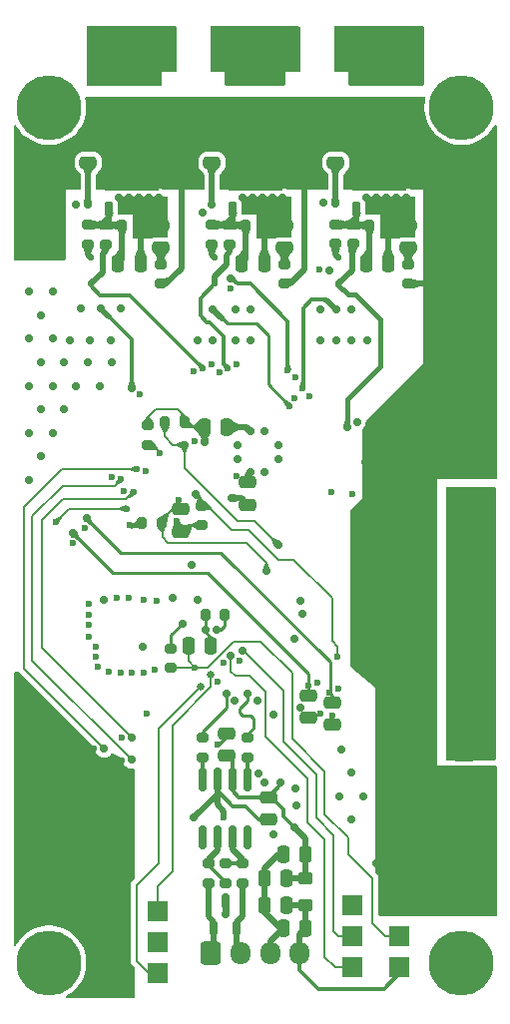
<source format=gbr>
%TF.GenerationSoftware,KiCad,Pcbnew,9.0.7*%
%TF.CreationDate,2026-02-13T21:21:15+01:00*%
%TF.ProjectId,ESC_v3,4553435f-7633-42e6-9b69-6361645f7063,rev?*%
%TF.SameCoordinates,Original*%
%TF.FileFunction,Copper,L4,Bot*%
%TF.FilePolarity,Positive*%
%FSLAX46Y46*%
G04 Gerber Fmt 4.6, Leading zero omitted, Abs format (unit mm)*
G04 Created by KiCad (PCBNEW 9.0.7) date 2026-02-13 21:21:15*
%MOMM*%
%LPD*%
G01*
G04 APERTURE LIST*
G04 Aperture macros list*
%AMRoundRect*
0 Rectangle with rounded corners*
0 $1 Rounding radius*
0 $2 $3 $4 $5 $6 $7 $8 $9 X,Y pos of 4 corners*
0 Add a 4 corners polygon primitive as box body*
4,1,4,$2,$3,$4,$5,$6,$7,$8,$9,$2,$3,0*
0 Add four circle primitives for the rounded corners*
1,1,$1+$1,$2,$3*
1,1,$1+$1,$4,$5*
1,1,$1+$1,$6,$7*
1,1,$1+$1,$8,$9*
0 Add four rect primitives between the rounded corners*
20,1,$1+$1,$2,$3,$4,$5,0*
20,1,$1+$1,$4,$5,$6,$7,0*
20,1,$1+$1,$6,$7,$8,$9,0*
20,1,$1+$1,$8,$9,$2,$3,0*%
%AMFreePoly0*
4,1,18,-0.697500,2.280000,2.027500,2.280000,2.502500,2.280000,2.502500,1.530000,2.027500,1.530000,2.027500,-1.530000,2.502500,-1.530000,2.502500,-2.280000,-0.697500,-2.280000,-0.697500,-2.775000,-1.602500,-2.775000,-1.602500,-2.280000,-2.027500,-2.280000,-2.027500,2.280000,-1.602500,2.280000,-1.602500,2.775000,-0.697500,2.775000,-0.697500,2.280000,-0.697500,2.280000,$1*%
G04 Aperture macros list end*
%TA.AperFunction,EtchedComponent*%
%ADD10C,0.000000*%
%TD*%
%TA.AperFunction,ComponentPad*%
%ADD11R,1.700000X1.700000*%
%TD*%
%TA.AperFunction,ComponentPad*%
%ADD12C,3.200000*%
%TD*%
%TA.AperFunction,ComponentPad*%
%ADD13C,5.500000*%
%TD*%
%TA.AperFunction,ComponentPad*%
%ADD14RoundRect,0.250000X-0.600000X-0.725000X0.600000X-0.725000X0.600000X0.725000X-0.600000X0.725000X0*%
%TD*%
%TA.AperFunction,ComponentPad*%
%ADD15O,1.700000X1.950000*%
%TD*%
%TA.AperFunction,SMDPad,CuDef*%
%ADD16RoundRect,0.200000X-0.275000X0.200000X-0.275000X-0.200000X0.275000X-0.200000X0.275000X0.200000X0*%
%TD*%
%TA.AperFunction,SMDPad,CuDef*%
%ADD17RoundRect,0.187500X0.187500X-0.312500X0.187500X0.312500X-0.187500X0.312500X-0.187500X-0.312500X0*%
%TD*%
%TA.AperFunction,SMDPad,CuDef*%
%ADD18FreePoly0,90.000000*%
%TD*%
%TA.AperFunction,SMDPad,CuDef*%
%ADD19RoundRect,0.250000X-0.250000X-0.475000X0.250000X-0.475000X0.250000X0.475000X-0.250000X0.475000X0*%
%TD*%
%TA.AperFunction,SMDPad,CuDef*%
%ADD20RoundRect,0.250000X0.350000X-0.275000X0.350000X0.275000X-0.350000X0.275000X-0.350000X-0.275000X0*%
%TD*%
%TA.AperFunction,SMDPad,CuDef*%
%ADD21RoundRect,0.200000X0.275000X-0.200000X0.275000X0.200000X-0.275000X0.200000X-0.275000X-0.200000X0*%
%TD*%
%TA.AperFunction,SMDPad,CuDef*%
%ADD22RoundRect,0.125000X0.125000X-0.125000X0.125000X0.125000X-0.125000X0.125000X-0.125000X-0.125000X0*%
%TD*%
%TA.AperFunction,SMDPad,CuDef*%
%ADD23RoundRect,0.200000X0.200000X0.275000X-0.200000X0.275000X-0.200000X-0.275000X0.200000X-0.275000X0*%
%TD*%
%TA.AperFunction,SMDPad,CuDef*%
%ADD24C,0.500000*%
%TD*%
%TA.AperFunction,SMDPad,CuDef*%
%ADD25RoundRect,0.250000X-0.650000X-2.450000X0.650000X-2.450000X0.650000X2.450000X-0.650000X2.450000X0*%
%TD*%
%TA.AperFunction,SMDPad,CuDef*%
%ADD26RoundRect,0.150000X0.150000X-0.512500X0.150000X0.512500X-0.150000X0.512500X-0.150000X-0.512500X0*%
%TD*%
%TA.AperFunction,SMDPad,CuDef*%
%ADD27RoundRect,0.250000X-0.475000X0.250000X-0.475000X-0.250000X0.475000X-0.250000X0.475000X0.250000X0*%
%TD*%
%TA.AperFunction,SMDPad,CuDef*%
%ADD28RoundRect,0.250000X0.475000X-0.250000X0.475000X0.250000X-0.475000X0.250000X-0.475000X-0.250000X0*%
%TD*%
%TA.AperFunction,SMDPad,CuDef*%
%ADD29RoundRect,0.250000X0.250000X0.475000X-0.250000X0.475000X-0.250000X-0.475000X0.250000X-0.475000X0*%
%TD*%
%TA.AperFunction,SMDPad,CuDef*%
%ADD30RoundRect,0.200000X-0.200000X-0.275000X0.200000X-0.275000X0.200000X0.275000X-0.200000X0.275000X0*%
%TD*%
%TA.AperFunction,SMDPad,CuDef*%
%ADD31RoundRect,0.150000X-0.150000X0.825000X-0.150000X-0.825000X0.150000X-0.825000X0.150000X0.825000X0*%
%TD*%
%TA.AperFunction,ViaPad*%
%ADD32C,0.700000*%
%TD*%
%TA.AperFunction,ViaPad*%
%ADD33C,0.600000*%
%TD*%
%TA.AperFunction,ViaPad*%
%ADD34C,0.650000*%
%TD*%
%TA.AperFunction,ViaPad*%
%ADD35C,1.500000*%
%TD*%
%TA.AperFunction,Conductor*%
%ADD36C,0.500000*%
%TD*%
%TA.AperFunction,Conductor*%
%ADD37C,0.300000*%
%TD*%
%TA.AperFunction,Conductor*%
%ADD38C,0.450000*%
%TD*%
%TA.AperFunction,Conductor*%
%ADD39C,0.350000*%
%TD*%
%TA.AperFunction,Conductor*%
%ADD40C,0.604000*%
%TD*%
%TA.AperFunction,Conductor*%
%ADD41C,0.200000*%
%TD*%
%TA.AperFunction,Conductor*%
%ADD42C,0.250000*%
%TD*%
%TA.AperFunction,Conductor*%
%ADD43C,0.259000*%
%TD*%
G04 APERTURE END LIST*
D10*
%TA.AperFunction,EtchedComponent*%
%TO.C,NT1*%
G36*
X152255330Y-54351777D02*
G01*
X151901777Y-54705330D01*
X151194670Y-53998223D01*
X151548223Y-53644670D01*
X152255330Y-54351777D01*
G37*
%TD.AperFunction*%
%TA.AperFunction,EtchedComponent*%
%TO.C,NT2*%
G36*
X142480330Y-55026777D02*
G01*
X142126777Y-55380330D01*
X141419670Y-54673223D01*
X141773223Y-54319670D01*
X142480330Y-55026777D01*
G37*
%TD.AperFunction*%
%TA.AperFunction,EtchedComponent*%
%TO.C,NT3*%
G36*
X132980330Y-54951777D02*
G01*
X132626777Y-55305330D01*
X131919670Y-54598223D01*
X132273223Y-54244670D01*
X132980330Y-54951777D01*
G37*
%TD.AperFunction*%
%TD*%
D11*
%TO.P,J6,1,Pin_1*%
%TO.N,SWDIO*%
X153465000Y-107715000D03*
%TD*%
%TO.P,J4,1,Pin_1*%
%TO.N,+3V3RAW*%
X157440000Y-110315000D03*
%TD*%
%TO.P,J9,1,Pin_1*%
%TO.N,USART2_RX*%
X136900000Y-105600000D03*
%TD*%
D12*
%TO.P,J2,1,Pin_1*%
%TO.N,GND*%
X126440000Y-98015000D03*
X126440000Y-103885000D03*
X132310000Y-98015000D03*
X132310000Y-103885000D03*
%TD*%
D11*
%TO.P,J7,1,Pin_1*%
%TO.N,NRST*%
X157440000Y-107690000D03*
%TD*%
D13*
%TO.P,H4,1,1*%
%TO.N,unconnected-(H4-Pad1)*%
X162700000Y-109950000D03*
%TD*%
D11*
%TO.P,J8,1,Pin_1*%
%TO.N,USART2_TX*%
X136900000Y-110840000D03*
%TD*%
%TO.P,J10,1,Pin_1*%
%TO.N,GND*%
X136900000Y-108225000D03*
%TD*%
%TO.P,J3,1,Pin_1*%
%TO.N,GND*%
X153465000Y-105090000D03*
%TD*%
D12*
%TO.P,J11,1,Pin_1*%
%TO.N,V_BAT*%
X158090000Y-97990000D03*
X158090000Y-103860000D03*
X163960000Y-97990000D03*
X163960000Y-103860000D03*
%TD*%
D13*
%TO.P,H2,1,1*%
%TO.N,unconnected-(H2-Pad1)*%
X162700000Y-37400000D03*
%TD*%
D14*
%TO.P,J1,1,Pin_1*%
%TO.N,CAN_H*%
X141450000Y-109130000D03*
D15*
%TO.P,J1,2,Pin_2*%
%TO.N,CAN_L*%
X143950000Y-109130000D03*
%TO.P,J1,3,Pin_3*%
%TO.N,GND*%
X146450000Y-109130000D03*
%TO.P,J1,4,Pin_4*%
%TO.N,+3V3RAW*%
X148950000Y-109130000D03*
%TD*%
D13*
%TO.P,H1,1,1*%
%TO.N,unconnected-(H1-Pad1)*%
X127700000Y-37400000D03*
%TD*%
D11*
%TO.P,J5,1,Pin_1*%
%TO.N,SWCLK*%
X153465000Y-110340000D03*
%TD*%
D13*
%TO.P,H3,1,1*%
%TO.N,unconnected-(H3-Pad1)*%
X127700000Y-109950000D03*
%TD*%
D16*
%TO.P,R36,1*%
%TO.N,+3V3*%
X138050000Y-83275000D03*
%TO.P,R36,2*%
%TO.N,NRST*%
X138050000Y-84925000D03*
%TD*%
D17*
%TO.P,Q5,1,S*%
%TO.N,V_C_PHASE*%
X136605000Y-45892250D03*
%TO.P,Q5,2,S*%
X135335000Y-45892250D03*
%TO.P,Q5,3,S*%
X134065000Y-45892250D03*
%TO.P,Q5,4,G*%
%TO.N,Net-(Q5-G)*%
X132795000Y-45892250D03*
D18*
%TO.P,Q5,5,D*%
%TO.N,V_BAT*%
X134700000Y-42400000D03*
%TD*%
D19*
%TO.P,C25,1*%
%TO.N,+3V3*%
X140875000Y-64500000D03*
%TO.P,C25,2*%
%TO.N,GND*%
X142775000Y-64500000D03*
%TD*%
%TO.P,C49,1*%
%TO.N,GND*%
X145975000Y-102750000D03*
%TO.P,C49,2*%
%TO.N,+3V3*%
X147875000Y-102750000D03*
%TD*%
D20*
%TO.P,L1,1,1*%
%TO.N,+3V3RAW*%
X149475000Y-105050000D03*
%TO.P,L1,2,2*%
%TO.N,+3V3*%
X149475000Y-102750000D03*
%TD*%
D21*
%TO.P,R31,1*%
%TO.N,GND*%
X140675000Y-72825000D03*
%TO.P,R31,2*%
%TO.N,CAL*%
X140675000Y-71175000D03*
%TD*%
D16*
%TO.P,R33,1*%
%TO.N,CAN_RX*%
X144500000Y-90850000D03*
%TO.P,R33,2*%
%TO.N,Net-(U1-R)*%
X144500000Y-92500000D03*
%TD*%
D19*
%TO.P,C33,1*%
%TO.N,NRST*%
X139525000Y-83025000D03*
%TO.P,C33,2*%
%TO.N,GND*%
X141425000Y-83025000D03*
%TD*%
D22*
%TO.P,D2,1,K*%
%TO.N,G_A_H*%
X152274626Y-52325000D03*
%TO.P,D2,2,A*%
%TO.N,Net-(D2-A)*%
X152274626Y-50125000D03*
%TD*%
D16*
%TO.P,R32,1*%
%TO.N,CAN_TX*%
X140700000Y-90850000D03*
%TO.P,R32,2*%
%TO.N,Net-(U1-D)*%
X140700000Y-92500000D03*
%TD*%
D23*
%TO.P,R13,1*%
%TO.N,V_B_PHASE*%
X146050000Y-47380000D03*
%TO.P,R13,2*%
%TO.N,Net-(Q3-G)*%
X144400000Y-47380000D03*
%TD*%
D24*
%TO.P,NT1,1,1*%
%TO.N,SNA*%
X151371447Y-53821447D03*
%TO.P,NT1,2,2*%
%TO.N,GND*%
X152078553Y-54528553D03*
%TD*%
D21*
%TO.P,R28,1*%
%TO.N,SDO*%
X136100000Y-66000000D03*
%TO.P,R28,2*%
%TO.N,+3V3*%
X136100000Y-64350000D03*
%TD*%
D23*
%TO.P,R21,1*%
%TO.N,V_C_PHASE*%
X135550000Y-47378165D03*
%TO.P,R21,2*%
%TO.N,Net-(Q5-G)*%
X133900000Y-47378165D03*
%TD*%
D25*
%TO.P,C30,1*%
%TO.N,V_BAT*%
X157825000Y-78300000D03*
%TO.P,C30,2*%
%TO.N,GND*%
X162925000Y-78300000D03*
%TD*%
D16*
%TO.P,R51,1*%
%TO.N,Net-(U1-CANL)*%
X142650000Y-101525000D03*
%TO.P,R51,2*%
%TO.N,Net-(U1-CANH)*%
X142650000Y-103175000D03*
%TD*%
D23*
%TO.P,R35,1*%
%TO.N,BOOT0*%
X142625000Y-80425000D03*
%TO.P,R35,2*%
%TO.N,GND*%
X140975000Y-80425000D03*
%TD*%
D26*
%TO.P,D9,1,K*%
%TO.N,CAN_L*%
X143600000Y-107037500D03*
%TO.P,D9,2,K*%
%TO.N,CAN_H*%
X141700000Y-107037500D03*
%TO.P,D9,3,A*%
%TO.N,GND*%
X142650000Y-104762500D03*
%TD*%
D17*
%TO.P,Q3,1,S*%
%TO.N,V_B_PHASE*%
X147105000Y-45897250D03*
%TO.P,Q3,2,S*%
X145835000Y-45897250D03*
%TO.P,Q3,3,S*%
X144565000Y-45897250D03*
%TO.P,Q3,4,G*%
%TO.N,Net-(Q3-G)*%
X143295000Y-45897250D03*
D18*
%TO.P,Q3,5,D*%
%TO.N,V_BAT*%
X145200000Y-42405000D03*
%TD*%
D27*
%TO.P,C46,1*%
%TO.N,ADC1_IN11*%
X149700000Y-87275000D03*
%TO.P,C46,2*%
%TO.N,GND*%
X149700000Y-89175000D03*
%TD*%
D19*
%TO.P,C44,1*%
%TO.N,GND*%
X147575000Y-107025000D03*
%TO.P,C44,2*%
%TO.N,+3V3RAW*%
X149475000Y-107025000D03*
%TD*%
D21*
%TO.P,R17,1*%
%TO.N,G_C_H*%
X132500000Y-48978165D03*
%TO.P,R17,2*%
%TO.N,Net-(Q5-G)*%
X132500000Y-47328165D03*
%TD*%
D24*
%TO.P,NT2,1,1*%
%TO.N,SNB*%
X142303553Y-55203553D03*
%TO.P,NT2,2,2*%
%TO.N,GND*%
X141596447Y-54496447D03*
%TD*%
D23*
%TO.P,R3,1*%
%TO.N,V_A_PHASE*%
X156549626Y-47375000D03*
%TO.P,R3,2*%
%TO.N,Net-(Q1-G)*%
X154899626Y-47375000D03*
%TD*%
D28*
%TO.P,C16,1*%
%TO.N,+3V3*%
X142775000Y-92400000D03*
%TO.P,C16,2*%
%TO.N,GND*%
X142775000Y-90500000D03*
%TD*%
D27*
%TO.P,C17,1*%
%TO.N,+3V3*%
X146300000Y-95900000D03*
%TO.P,C17,2*%
%TO.N,GND*%
X146300000Y-97800000D03*
%TD*%
%TO.P,C47,1*%
%TO.N,ADC1_IN14*%
X151775000Y-87850000D03*
%TO.P,C47,2*%
%TO.N,GND*%
X151775000Y-89750000D03*
%TD*%
%TO.P,C15,1*%
%TO.N,V_BAT*%
X141525000Y-40155000D03*
%TO.P,C15,2*%
%TO.N,SPB*%
X141525000Y-42055000D03*
%TD*%
D16*
%TO.P,R50,1*%
%TO.N,Net-(U1-CANL)*%
X144125000Y-101525000D03*
%TO.P,R50,2*%
%TO.N,CAN_L*%
X144125000Y-103175000D03*
%TD*%
D21*
%TO.P,R1,1*%
%TO.N,V_BAT*%
X158199626Y-52350000D03*
%TO.P,R1,2*%
%TO.N,Net-(C2-Pad1)*%
X158199626Y-50700000D03*
%TD*%
D23*
%TO.P,R26,1*%
%TO.N,ENABLE*%
X137250000Y-72600000D03*
%TO.P,R26,2*%
%TO.N,+3V3*%
X135600000Y-72600000D03*
%TD*%
D25*
%TO.P,C31,1*%
%TO.N,V_BAT*%
X157825000Y-72375000D03*
%TO.P,C31,2*%
%TO.N,GND*%
X162925000Y-72375000D03*
%TD*%
D29*
%TO.P,C7,1*%
%TO.N,V_B_PHASE*%
X145975000Y-50630000D03*
%TO.P,C7,2*%
%TO.N,Net-(Q3-G)*%
X144075000Y-50630000D03*
%TD*%
D22*
%TO.P,D5,1,K*%
%TO.N,G_C_H*%
X131275000Y-52328165D03*
%TO.P,D5,2,A*%
%TO.N,Net-(D5-A)*%
X131275000Y-50128165D03*
%TD*%
D30*
%TO.P,R27,1*%
%TO.N,NFAULT*%
X137525000Y-64125000D03*
%TO.P,R27,2*%
%TO.N,+3V3*%
X139175000Y-64125000D03*
%TD*%
D19*
%TO.P,C50,1*%
%TO.N,GND*%
X147575000Y-100775000D03*
%TO.P,C50,2*%
%TO.N,+3V3*%
X149475000Y-100775000D03*
%TD*%
D28*
%TO.P,C14,1*%
%TO.N,Net-(C14-Pad1)*%
X137200000Y-49303165D03*
%TO.P,C14,2*%
%TO.N,V_C_PHASE*%
X137200000Y-47403165D03*
%TD*%
D29*
%TO.P,C5,1*%
%TO.N,V_A_PHASE*%
X156474626Y-50625000D03*
%TO.P,C5,2*%
%TO.N,Net-(Q1-G)*%
X154574626Y-50625000D03*
%TD*%
D25*
%TO.P,C29,1*%
%TO.N,V_BAT*%
X157825000Y-84225000D03*
%TO.P,C29,2*%
%TO.N,GND*%
X162925000Y-84225000D03*
%TD*%
D22*
%TO.P,D3,1,K*%
%TO.N,G_B_H*%
X141775000Y-52330000D03*
%TO.P,D3,2,A*%
%TO.N,Net-(D3-A)*%
X141775000Y-50130000D03*
%TD*%
D31*
%TO.P,U1,1,D*%
%TO.N,Net-(U1-D)*%
X140695000Y-94375000D03*
%TO.P,U1,2,GND*%
%TO.N,GND*%
X141965000Y-94375000D03*
%TO.P,U1,3,VCC*%
%TO.N,+3V3*%
X143235000Y-94375000D03*
%TO.P,U1,4,R*%
%TO.N,Net-(U1-R)*%
X144505000Y-94375000D03*
%TO.P,U1,5,Vref*%
%TO.N,unconnected-(U1-Vref-Pad5)*%
X144505000Y-99325000D03*
%TO.P,U1,6,CANL*%
%TO.N,Net-(U1-CANL)*%
X143235000Y-99325000D03*
%TO.P,U1,7,CANH*%
%TO.N,Net-(U1-CANH)*%
X141965000Y-99325000D03*
%TO.P,U1,8,Rs*%
%TO.N,unconnected-(U1-Rs-Pad8)*%
X140695000Y-99325000D03*
%TD*%
D21*
%TO.P,R11,1*%
%TO.N,Net-(D2-A)*%
X152024626Y-48975000D03*
%TO.P,R11,2*%
%TO.N,Net-(Q1-G)*%
X152024626Y-47325000D03*
%TD*%
%TO.P,R9,1*%
%TO.N,G_B_H*%
X143000000Y-48980000D03*
%TO.P,R9,2*%
%TO.N,Net-(Q3-G)*%
X143000000Y-47330000D03*
%TD*%
D27*
%TO.P,C34,1*%
%TO.N,ENABLE*%
X138900000Y-71475000D03*
%TO.P,C34,2*%
%TO.N,GND*%
X138900000Y-73375000D03*
%TD*%
D25*
%TO.P,C27,1*%
%TO.N,V_BAT*%
X157825000Y-90150000D03*
%TO.P,C27,2*%
%TO.N,GND*%
X162925000Y-90150000D03*
%TD*%
D28*
%TO.P,C2,1*%
%TO.N,Net-(C2-Pad1)*%
X158199626Y-49300000D03*
%TO.P,C2,2*%
%TO.N,V_A_PHASE*%
X158199626Y-47400000D03*
%TD*%
D24*
%TO.P,NT3,1,1*%
%TO.N,SNC*%
X132803553Y-55128553D03*
%TO.P,NT3,2,2*%
%TO.N,GND*%
X132096447Y-54421447D03*
%TD*%
D21*
%TO.P,R15,1*%
%TO.N,V_BAT*%
X147700000Y-52355000D03*
%TO.P,R15,2*%
%TO.N,Net-(C10-Pad1)*%
X147700000Y-50705000D03*
%TD*%
D28*
%TO.P,C10,1*%
%TO.N,Net-(C10-Pad1)*%
X147700000Y-49305000D03*
%TO.P,C10,2*%
%TO.N,V_B_PHASE*%
X147700000Y-47405000D03*
%TD*%
D21*
%TO.P,R5,1*%
%TO.N,G_A_H*%
X153499626Y-48975000D03*
%TO.P,R5,2*%
%TO.N,Net-(Q1-G)*%
X153499626Y-47325000D03*
%TD*%
D17*
%TO.P,Q1,1,S*%
%TO.N,V_A_PHASE*%
X157604626Y-45892250D03*
%TO.P,Q1,2,S*%
X156334626Y-45892250D03*
%TO.P,Q1,3,S*%
X155064626Y-45892250D03*
%TO.P,Q1,4,G*%
%TO.N,Net-(Q1-G)*%
X153794626Y-45892250D03*
D18*
%TO.P,Q1,5,D*%
%TO.N,V_BAT*%
X155699626Y-42400000D03*
%TD*%
D21*
%TO.P,R19,1*%
%TO.N,Net-(D5-A)*%
X131025000Y-48978165D03*
%TO.P,R19,2*%
%TO.N,Net-(Q5-G)*%
X131025000Y-47328165D03*
%TD*%
%TO.P,R7,1*%
%TO.N,Net-(D3-A)*%
X141525000Y-48980000D03*
%TO.P,R7,2*%
%TO.N,Net-(Q3-G)*%
X141525000Y-47330000D03*
%TD*%
D19*
%TO.P,C45,1*%
%TO.N,GND*%
X145975000Y-105050000D03*
%TO.P,C45,2*%
%TO.N,+3V3RAW*%
X147875000Y-105050000D03*
%TD*%
D27*
%TO.P,C18,1*%
%TO.N,V_BAT*%
X131025000Y-40153165D03*
%TO.P,C18,2*%
%TO.N,SPC*%
X131025000Y-42053165D03*
%TD*%
D16*
%TO.P,R49,1*%
%TO.N,Net-(U1-CANH)*%
X141197000Y-101525000D03*
%TO.P,R49,2*%
%TO.N,CAN_H*%
X141197000Y-103175000D03*
%TD*%
D29*
%TO.P,C11,1*%
%TO.N,V_C_PHASE*%
X135475000Y-50628165D03*
%TO.P,C11,2*%
%TO.N,Net-(Q5-G)*%
X133575000Y-50628165D03*
%TD*%
D28*
%TO.P,C21,1*%
%TO.N,+3V3*%
X144575000Y-71100000D03*
%TO.P,C21,2*%
%TO.N,GND*%
X144575000Y-69200000D03*
%TD*%
D27*
%TO.P,C4,1*%
%TO.N,V_BAT*%
X152024626Y-40150000D03*
%TO.P,C4,2*%
%TO.N,SPA*%
X152024626Y-42050000D03*
%TD*%
D21*
%TO.P,R23,1*%
%TO.N,V_BAT*%
X137200000Y-52353165D03*
%TO.P,R23,2*%
%TO.N,Net-(C14-Pad1)*%
X137200000Y-50703165D03*
%TD*%
D32*
%TO.N,V_BAT*%
X163500000Y-61500000D03*
X161500000Y-65500000D03*
X157500000Y-101500000D03*
X159500000Y-73500000D03*
X159500000Y-81500000D03*
X158500000Y-63500000D03*
X162500000Y-95500000D03*
X162500000Y-67500000D03*
X156500000Y-99500000D03*
X159500000Y-41500000D03*
X162500000Y-47500000D03*
X155500000Y-73500000D03*
X146700000Y-99025000D03*
X126000000Y-49000000D03*
X161500000Y-41500000D03*
X127000000Y-43000000D03*
X159500000Y-77500000D03*
X156500000Y-63500000D03*
X158500000Y-91500000D03*
X140000000Y-37500000D03*
X164500000Y-47500000D03*
X154500000Y-75500000D03*
X139000000Y-42000000D03*
X159500000Y-93500000D03*
X149500000Y-43500000D03*
X161500000Y-61500000D03*
X162500000Y-99500000D03*
X158500000Y-67500000D03*
X155500000Y-101500000D03*
X154500000Y-71500000D03*
X159500000Y-61500000D03*
X150500000Y-39000000D03*
X159500000Y-89500000D03*
X154500000Y-67500000D03*
X156500000Y-87500000D03*
X154500000Y-83500000D03*
X159500000Y-69500000D03*
X160500000Y-59500000D03*
X159500000Y-85500000D03*
X162500000Y-51500000D03*
X155500000Y-69500000D03*
X149500000Y-40500000D03*
X128000000Y-49000000D03*
X155500000Y-81500000D03*
X163500000Y-101500000D03*
X164500000Y-95500000D03*
X149500000Y-42000000D03*
X164500000Y-59500000D03*
X163500000Y-45500000D03*
X162500000Y-63500000D03*
X139000000Y-40500000D03*
X126000000Y-45000000D03*
X150500000Y-37500000D03*
X126000000Y-41000000D03*
X164500000Y-55500000D03*
X162500000Y-59500000D03*
X164500000Y-67500000D03*
X161500000Y-101500000D03*
X157500000Y-65500000D03*
X155500000Y-85500000D03*
X161500000Y-57500000D03*
X160500000Y-67500000D03*
X159500000Y-105500000D03*
X160500000Y-103500000D03*
X156500000Y-67500000D03*
X155500000Y-77500000D03*
X127000000Y-47000000D03*
X140000000Y-39000000D03*
X163500000Y-41500000D03*
X160500000Y-95500000D03*
X128000000Y-45000000D03*
X160500000Y-63500000D03*
X155500000Y-65500000D03*
X161500000Y-97500000D03*
X162500000Y-55500000D03*
X164500000Y-51500000D03*
X139000000Y-43500000D03*
X163500000Y-49500000D03*
X159500000Y-65500000D03*
X160500000Y-99500000D03*
X164500000Y-43500000D03*
X159500000Y-101500000D03*
X129000000Y-43000000D03*
X162500000Y-43500000D03*
X163500000Y-57500000D03*
X128000000Y-41000000D03*
X164500000Y-63500000D03*
X163500000Y-65500000D03*
X158500000Y-95500000D03*
X154500000Y-79500000D03*
X163500000Y-53500000D03*
X161500000Y-105500000D03*
%TO.N,V_A_PHASE*%
X156700000Y-33000000D03*
X157700000Y-35000000D03*
X157185000Y-45007750D03*
X156335000Y-45007750D03*
X155699870Y-31008566D03*
X154635000Y-45007750D03*
X153700000Y-35000000D03*
X158035000Y-45007750D03*
X154700000Y-33000000D03*
X157699848Y-31010206D03*
X155485000Y-45007750D03*
X153699789Y-31006927D03*
X158700000Y-33000000D03*
X155700000Y-35000000D03*
X152700000Y-33000000D03*
%TO.N,SPA*%
X151500000Y-51200000D03*
X152024626Y-45525000D03*
%TO.N,SPB*%
X141525000Y-45650000D03*
D33*
X147960000Y-59700000D03*
D32*
X143125000Y-51875000D03*
%TO.N,V_B_PHASE*%
X145835000Y-45007750D03*
X145200000Y-35000000D03*
X147199773Y-31001599D03*
X143199797Y-30998320D03*
X142200000Y-33000000D03*
X144135000Y-45007750D03*
X146200000Y-33000000D03*
X147535000Y-45007750D03*
X144200000Y-33000000D03*
X144985000Y-45007750D03*
X148200000Y-33000000D03*
X146685000Y-45007750D03*
X143200000Y-35000000D03*
X147200000Y-35000000D03*
X145199713Y-30999960D03*
%TO.N,SPC*%
X131025000Y-45650000D03*
%TO.N,V_C_PHASE*%
X131700000Y-33000000D03*
X134699782Y-30991353D03*
X136699760Y-30992992D03*
X135700000Y-33000000D03*
X132699742Y-30989714D03*
X135325000Y-45000000D03*
X132700000Y-35000000D03*
X137025000Y-45000000D03*
X136700000Y-35000000D03*
X133625000Y-45000000D03*
X136175000Y-45000000D03*
X134700000Y-35000000D03*
X133700000Y-33000000D03*
X137700000Y-33000000D03*
X134475000Y-45000000D03*
%TO.N,G_A_H*%
X153026766Y-64542293D03*
D33*
%TO.N,G_B_H*%
X142884456Y-59532772D03*
%TO.N,G_C_H*%
X140752709Y-59518948D03*
D32*
%TO.N,NFAULT*%
X147150000Y-74475000D03*
X139225000Y-66000000D03*
D33*
%TO.N,SDO*%
X137125000Y-66675000D03*
D32*
%TO.N,CAN_TX*%
X142775000Y-87125000D03*
%TO.N,CAN_RX*%
X144500000Y-87150000D03*
D33*
%TO.N,nSCS*%
X128325000Y-72525000D03*
X134325000Y-71425000D03*
%TO.N,SCLK*%
X134850000Y-70025000D03*
D32*
X134750000Y-90850000D03*
D33*
%TO.N,SDI*%
X133825000Y-68900000D03*
D32*
X134712500Y-92737500D03*
D33*
%TO.N,+3V3*%
X134575000Y-72850000D03*
D32*
X148500000Y-98425000D03*
X143175000Y-70550000D03*
X140349000Y-79126000D03*
X140934205Y-65769500D03*
X139050000Y-81150000D03*
X146775000Y-88925000D03*
X147375000Y-94625000D03*
X149175000Y-80375000D03*
D33*
%TO.N,NRST*%
X140089352Y-84950000D03*
D32*
%TO.N,ENABLE*%
X146150000Y-76725000D03*
D33*
X138701852Y-70651852D03*
%TO.N,ADC1_IN11*%
X149725000Y-86475000D03*
D32*
X129750000Y-73525000D03*
%TO.N,ADC1_IN14*%
X130875000Y-72250000D03*
D33*
X151500000Y-87025000D03*
D32*
%TO.N,SWCLK*%
X143114798Y-83914798D03*
%TO.N,SWDIO*%
X144150000Y-83500000D03*
D34*
%TO.N,USART2_TX*%
X140550000Y-86500000D03*
%TO.N,USART2_RX*%
X141400000Y-85525000D03*
D33*
%TO.N,SNA*%
X149175000Y-61175000D03*
D32*
%TO.N,CAL*%
X140118771Y-70193771D03*
D33*
X152200000Y-83975000D03*
D32*
%TO.N,BOOT0*%
X141950000Y-81675000D03*
D33*
%TO.N,SPI1_MISO*%
X135137500Y-68062500D03*
D32*
X132375000Y-91775000D03*
%TO.N,SNC*%
X134700000Y-61225000D03*
D33*
%TO.N,SNB*%
X148125000Y-62700000D03*
D32*
%TO.N,GND*%
X126000000Y-53000000D03*
X153325000Y-97800000D03*
D35*
X129300000Y-100950000D03*
D33*
X139991974Y-59766510D03*
D32*
X154325000Y-95800000D03*
X138204793Y-79023156D03*
D33*
X134500000Y-78950000D03*
X135416380Y-61697140D03*
D32*
X164950000Y-80400000D03*
D33*
X133766386Y-85350000D03*
X129700462Y-74373558D03*
D32*
X164950000Y-72400000D03*
X132000000Y-61000000D03*
D33*
X148589500Y-60246610D03*
D32*
X143449828Y-87739676D03*
D35*
X126315000Y-100950000D03*
D33*
X140089474Y-65675000D03*
X142479441Y-84479444D03*
D32*
X164950000Y-82400000D03*
D33*
X134725000Y-85350000D03*
X143575000Y-68675000D03*
D32*
X128000000Y-65000000D03*
X130390000Y-54417564D03*
X127000000Y-95000000D03*
X149025000Y-79225000D03*
D33*
X135975000Y-88830000D03*
D32*
X126000000Y-61000000D03*
D33*
X143870948Y-84303052D03*
D32*
X130000000Y-61000000D03*
D33*
X134058038Y-69911863D03*
D32*
X147125000Y-67200000D03*
D33*
X131525424Y-91801841D03*
D32*
X129000000Y-95000000D03*
X153815000Y-64107907D03*
D33*
X131675000Y-83100000D03*
D32*
X164950000Y-84400000D03*
X126000000Y-57000000D03*
D33*
X135700000Y-79150000D03*
D32*
X126000000Y-89000000D03*
X127000000Y-55000000D03*
X144800000Y-68325000D03*
X140945913Y-81663862D03*
D33*
X153400000Y-70150000D03*
D32*
X127000000Y-59000000D03*
X143675000Y-67200000D03*
X143700000Y-66000000D03*
X152075000Y-54525000D03*
X128000000Y-61000000D03*
D33*
X133900502Y-90879293D03*
D32*
X148650000Y-96575000D03*
X152475000Y-91900000D03*
X127000000Y-67000000D03*
X128000000Y-57000000D03*
X164950000Y-74400000D03*
X128000000Y-93000000D03*
D33*
X132750000Y-85225000D03*
D32*
X143500000Y-57175000D03*
X145400000Y-87699269D03*
X129000000Y-59000000D03*
D33*
X150648050Y-51132711D03*
D32*
X164950000Y-76400000D03*
D33*
X149800000Y-61846658D03*
X135918921Y-68233924D03*
D35*
X132285000Y-100950000D03*
D32*
X126000000Y-69000000D03*
D33*
X133037442Y-68759448D03*
X150750000Y-88850000D03*
X142000000Y-91448528D03*
X133425000Y-78950000D03*
D32*
X148625000Y-95125000D03*
X141600000Y-57175000D03*
X132900000Y-57147564D03*
X145475000Y-93875000D03*
D33*
X148550000Y-62022229D03*
X131100000Y-79475000D03*
D32*
X164950000Y-70400000D03*
X132325000Y-79150000D03*
X164950000Y-78400000D03*
X154700000Y-57175000D03*
X129000000Y-63000000D03*
D35*
X129300000Y-103935000D03*
D32*
X128000000Y-53000000D03*
D33*
X150471679Y-86187816D03*
D32*
X135650000Y-83175000D03*
X147125000Y-66000000D03*
X131000000Y-59000000D03*
D33*
X131100000Y-82300000D03*
X151675000Y-70000000D03*
D32*
X127000000Y-63000000D03*
X126000000Y-93000000D03*
X153375000Y-54525000D03*
X139950000Y-97650000D03*
X130000000Y-93000000D03*
X133790000Y-54412692D03*
D33*
X136800000Y-79275000D03*
D32*
X141600000Y-54525000D03*
D33*
X142000000Y-86141614D03*
X136650000Y-85050000D03*
D32*
X129976614Y-45591757D03*
D33*
X135725000Y-85350000D03*
D32*
X144825000Y-57175000D03*
D33*
X141475000Y-59175000D03*
D32*
X150750000Y-54550000D03*
D33*
X151775000Y-88950000D03*
D32*
X146000000Y-64875000D03*
X127000000Y-91000000D03*
D33*
X131875000Y-84850000D03*
X138525000Y-72475000D03*
X152215544Y-86667228D03*
D32*
X150975463Y-45483008D03*
X139775000Y-76225000D03*
X164950000Y-86400000D03*
D33*
X143125000Y-52725003D03*
D32*
X140275000Y-57175000D03*
D33*
X143600000Y-59175000D03*
D32*
X131200000Y-57150000D03*
X150750000Y-57175000D03*
X143500000Y-54525000D03*
X132090000Y-54415128D03*
X126000000Y-65000000D03*
X133000000Y-59000000D03*
D33*
X133862991Y-92766444D03*
D32*
X152325000Y-95800000D03*
D33*
X131050000Y-81300000D03*
D32*
X146000000Y-94650000D03*
D33*
X142550000Y-97600000D03*
D32*
X153375000Y-57175000D03*
X131000000Y-95000000D03*
X144800000Y-64875000D03*
X148550000Y-82450000D03*
D33*
X130770066Y-73093501D03*
D32*
X129500000Y-57150000D03*
X152075000Y-57175000D03*
X144825000Y-54525000D03*
D35*
X129300000Y-97965000D03*
D32*
X146000000Y-68325000D03*
X153325000Y-93800000D03*
X142650000Y-105825000D03*
X149022729Y-88300439D03*
D33*
X142143331Y-59834000D03*
D32*
X140717349Y-46320973D03*
D33*
X131050000Y-80400000D03*
X131675000Y-83950000D03*
%TD*%
D36*
%TO.N,V_BAT*%
X137596835Y-52353165D02*
X138925000Y-51025000D01*
X138925000Y-51025000D02*
X138925000Y-44150000D01*
X149400000Y-44125000D02*
X149150000Y-43875000D01*
X138925000Y-44150000D02*
X138600000Y-43825000D01*
X147700000Y-52355000D02*
X148195000Y-52355000D01*
X149400000Y-51150000D02*
X149400000Y-44125000D01*
X158199626Y-52350000D02*
X160000000Y-52350000D01*
X148195000Y-52355000D02*
X149400000Y-51150000D01*
X137200000Y-52353165D02*
X137596835Y-52353165D01*
%TO.N,Net-(C2-Pad1)*%
X158199626Y-49300000D02*
X158199626Y-50700000D01*
%TO.N,V_A_PHASE*%
X156474626Y-47450000D02*
X156549626Y-47375000D01*
X156474626Y-50625000D02*
X156474626Y-47450000D01*
D37*
%TO.N,SPA*%
X152024626Y-42050000D02*
X152024626Y-45475000D01*
D36*
X152024626Y-45525000D02*
X152024626Y-42050000D01*
D37*
%TO.N,SPB*%
X143670651Y-52350000D02*
X143195651Y-51875000D01*
X143195651Y-51875000D02*
X143125000Y-51875000D01*
X147960000Y-59700000D02*
X147960000Y-55535000D01*
X147960000Y-55535000D02*
X144775000Y-52350000D01*
D36*
X141525000Y-45650000D02*
X141525000Y-42055000D01*
D37*
X144775000Y-52350000D02*
X143670651Y-52350000D01*
D36*
%TO.N,Net-(C10-Pad1)*%
X147700000Y-50705000D02*
X147700000Y-49305000D01*
%TO.N,V_B_PHASE*%
X145975000Y-47455000D02*
X146050000Y-47380000D01*
X145975000Y-50630000D02*
X145975000Y-47455000D01*
%TO.N,SPC*%
X131025000Y-45650000D02*
X131025000Y-42053165D01*
%TO.N,V_C_PHASE*%
X135475000Y-50628165D02*
X135475000Y-47453165D01*
X135475000Y-47453165D02*
X135550000Y-47378165D01*
%TO.N,Net-(C14-Pad1)*%
X137200000Y-50703165D02*
X137200000Y-49303165D01*
%TO.N,G_A_H*%
X153420000Y-51179626D02*
X152274626Y-52325000D01*
D38*
X152200000Y-52400000D02*
X152200000Y-52399626D01*
D36*
X153420000Y-49054626D02*
X153420000Y-51179626D01*
D38*
X153040000Y-64535000D02*
X153040000Y-62135000D01*
X152200000Y-52399626D02*
X152274626Y-52325000D01*
D36*
X153499626Y-48975000D02*
X153420000Y-49054626D01*
D38*
X155825000Y-59350000D02*
X155825000Y-55375000D01*
X153075000Y-53275000D02*
X152200000Y-52400000D01*
X153026766Y-64542293D02*
X153032707Y-64542293D01*
X153032707Y-64542293D02*
X153040000Y-64535000D01*
X153040000Y-62135000D02*
X155825000Y-59350000D01*
X153725000Y-53275000D02*
X153075000Y-53275000D01*
X155825000Y-55375000D02*
X153725000Y-53275000D01*
D36*
%TO.N,Net-(D2-A)*%
X152024626Y-48975000D02*
X152024626Y-49875000D01*
X152024626Y-49875000D02*
X152274626Y-50125000D01*
%TO.N,Net-(D3-A)*%
X141525000Y-49880000D02*
X141775000Y-50130000D01*
X141525000Y-48980000D02*
X141525000Y-49880000D01*
%TO.N,G_B_H*%
X141775000Y-51700000D02*
X141775000Y-52330000D01*
D39*
X140525000Y-55050000D02*
X140525000Y-53580000D01*
D36*
X143000000Y-49650000D02*
X142725000Y-49925000D01*
X142725000Y-50750000D02*
X141775000Y-51700000D01*
X142725000Y-49925000D02*
X142725000Y-50750000D01*
D39*
X141100000Y-55625000D02*
X140525000Y-55050000D01*
X142525000Y-56825000D02*
X141325000Y-55625000D01*
X142884456Y-59532772D02*
X142882772Y-59532772D01*
X140525000Y-53580000D02*
X141775000Y-52330000D01*
X141325000Y-55625000D02*
X141100000Y-55625000D01*
D36*
X143000000Y-48980000D02*
X143000000Y-49650000D01*
D39*
X142525000Y-59175000D02*
X142525000Y-56825000D01*
X142882772Y-59532772D02*
X142525000Y-59175000D01*
D37*
%TO.N,G_C_H*%
X132050000Y-53300000D02*
X131275000Y-52525000D01*
X140752709Y-59502709D02*
X134550000Y-53300000D01*
D36*
X132500000Y-49550000D02*
X132250000Y-49800000D01*
X132250000Y-51353165D02*
X131275000Y-52328165D01*
D37*
X131275000Y-52525000D02*
X131275000Y-52328165D01*
D36*
X132500000Y-48978165D02*
X132500000Y-49550000D01*
D37*
X140752709Y-59518948D02*
X140752709Y-59502709D01*
X134550000Y-53300000D02*
X132050000Y-53300000D01*
D36*
X132250000Y-49800000D02*
X132250000Y-51353165D01*
%TO.N,Net-(D5-A)*%
X131025000Y-48978165D02*
X131025000Y-49878165D01*
X131025000Y-49878165D02*
X131275000Y-50128165D01*
%TO.N,CAN_L*%
X144125000Y-105975000D02*
X144125000Y-103175000D01*
D40*
X143950000Y-109130000D02*
X143925000Y-109105000D01*
D36*
X143600000Y-108780000D02*
X143600000Y-106500000D01*
X143600000Y-106500000D02*
X144125000Y-105975000D01*
X143950000Y-109130000D02*
X143600000Y-108780000D01*
%TO.N,CAN_H*%
X141450000Y-109130000D02*
X141700000Y-108880000D01*
X141700000Y-106525000D02*
X141197000Y-106022000D01*
X141700000Y-108880000D02*
X141700000Y-106525000D01*
X141197000Y-106022000D02*
X141197000Y-103175000D01*
D41*
%TO.N,NFAULT*%
X138225000Y-66000000D02*
X137525000Y-65300000D01*
X137525000Y-65300000D02*
X137525000Y-64125000D01*
X139225000Y-68000582D02*
X143724418Y-72500000D01*
X145175000Y-72500000D02*
X147150000Y-74475000D01*
X139225000Y-66000000D02*
X139225000Y-68000582D01*
X143724418Y-72500000D02*
X145175000Y-72500000D01*
X139225000Y-66000000D02*
X138225000Y-66000000D01*
D42*
%TO.N,SDO*%
X136117178Y-66000000D02*
X136100000Y-66000000D01*
D41*
X136479087Y-66000000D02*
X136100000Y-66000000D01*
X137125000Y-66675000D02*
X137125000Y-66645913D01*
X137125000Y-66645913D02*
X136479087Y-66000000D01*
D42*
%TO.N,CAN_TX*%
X142775000Y-88275000D02*
X140700000Y-90350000D01*
X140700000Y-90350000D02*
X140700000Y-90850000D01*
X142775000Y-87125000D02*
X142775000Y-88275000D01*
D37*
%TO.N,Net-(U1-D)*%
X140695000Y-94375000D02*
X140695000Y-92505000D01*
X140695000Y-92505000D02*
X140700000Y-92500000D01*
%TO.N,Net-(U1-R)*%
X144505000Y-94375000D02*
X144505000Y-92505000D01*
X144505000Y-92505000D02*
X144500000Y-92500000D01*
D42*
%TO.N,CAN_RX*%
X144500000Y-87150000D02*
X144500000Y-87725000D01*
X144500000Y-87725000D02*
X143875000Y-88350000D01*
X143875000Y-88350000D02*
X143875000Y-88725000D01*
X145050000Y-89975000D02*
X145050000Y-90025000D01*
X145050000Y-89225000D02*
X145050000Y-89975000D01*
X144825000Y-89000000D02*
X145050000Y-89225000D01*
X145050000Y-90025000D02*
X144500000Y-90575000D01*
X143875000Y-88725000D02*
X144150000Y-89000000D01*
X144150000Y-89000000D02*
X144825000Y-89000000D01*
X144500000Y-90575000D02*
X144500000Y-90850000D01*
D41*
%TO.N,nSCS*%
X128325000Y-72525000D02*
X129425000Y-71425000D01*
X129425000Y-71425000D02*
X134325000Y-71425000D01*
%TO.N,SCLK*%
X134725000Y-90850000D02*
X127100000Y-83225000D01*
X134250000Y-70625000D02*
X134850000Y-70025000D01*
X127100000Y-72375000D02*
X128850000Y-70625000D01*
X134750000Y-90850000D02*
X134725000Y-90850000D01*
X127100000Y-83225000D02*
X127100000Y-72375000D01*
X128850000Y-70625000D02*
X134250000Y-70625000D01*
%TO.N,SDI*%
X126275000Y-72050000D02*
X128850000Y-69475000D01*
X134712500Y-92737500D02*
X126275000Y-84300000D01*
X126275000Y-84300000D02*
X126275000Y-72050000D01*
X133250000Y-69475000D02*
X133825000Y-68900000D01*
X128850000Y-69475000D02*
X133250000Y-69475000D01*
D37*
%TO.N,Net-(U1-CANH)*%
X141197000Y-101647000D02*
X141197000Y-101525000D01*
X142650000Y-103175000D02*
X142650000Y-103100000D01*
D36*
X141965000Y-99325000D02*
X141965000Y-100385000D01*
D37*
X140922000Y-101525000D02*
X140975000Y-101525000D01*
X142650000Y-103100000D02*
X141197000Y-101647000D01*
D36*
X141197000Y-101153000D02*
X141197000Y-101525000D01*
X141965000Y-100385000D02*
X141197000Y-101153000D01*
D40*
X141197000Y-101525000D02*
X141303000Y-101419000D01*
D36*
%TO.N,Net-(U1-CANL)*%
X143235000Y-100310000D02*
X144125000Y-101200000D01*
D37*
X144125000Y-101525000D02*
X142650000Y-101525000D01*
D36*
X144125000Y-101200000D02*
X144125000Y-101525000D01*
X143235000Y-99325000D02*
X143235000Y-100310000D01*
D40*
%TO.N,unconnected-(H3-Pad1)*%
X128700000Y-109455000D02*
X128700000Y-107800000D01*
D36*
%TO.N,Net-(Q1-G)*%
X152024626Y-47325000D02*
X153499626Y-47325000D01*
X154899626Y-50300000D02*
X154574626Y-50625000D01*
X153794626Y-47030000D02*
X153499626Y-47325000D01*
X154899626Y-47375000D02*
X154899626Y-50300000D01*
X153549626Y-47375000D02*
X153499626Y-47325000D01*
X153794626Y-45892250D02*
X153794626Y-47030000D01*
X154899626Y-47375000D02*
X153549626Y-47375000D01*
%TO.N,Net-(Q3-G)*%
X143295000Y-47035000D02*
X143000000Y-47330000D01*
X144400000Y-50305000D02*
X144075000Y-50630000D01*
X144400000Y-47380000D02*
X144400000Y-50305000D01*
X143050000Y-47380000D02*
X143000000Y-47330000D01*
X144400000Y-47380000D02*
X143050000Y-47380000D01*
X143295000Y-45897250D02*
X143295000Y-47035000D01*
X141525000Y-47330000D02*
X143000000Y-47330000D01*
%TO.N,Net-(Q5-G)*%
X133900000Y-47378165D02*
X132550000Y-47378165D01*
X131025000Y-47328165D02*
X132500000Y-47328165D01*
X133900000Y-50303165D02*
X133575000Y-50628165D01*
X132795000Y-47033165D02*
X132500000Y-47328165D01*
X132550000Y-47378165D02*
X132500000Y-47328165D01*
X132795000Y-45892250D02*
X132795000Y-47033165D01*
X133900000Y-47378165D02*
X133900000Y-50303165D01*
D37*
%TO.N,+3V3*%
X147600000Y-97525000D02*
X147600000Y-96950000D01*
X143235000Y-94375000D02*
X143235000Y-92860000D01*
X143235000Y-95349999D02*
X143235000Y-94375000D01*
D36*
X143175000Y-70550000D02*
X144025000Y-70550000D01*
D37*
X148500000Y-98425000D02*
X147600000Y-97525000D01*
X146550000Y-95900000D02*
X146300000Y-95900000D01*
X143235000Y-92860000D02*
X142775000Y-92400000D01*
D41*
X139175000Y-63550000D02*
X139175000Y-64125000D01*
D36*
X149475000Y-99400000D02*
X148500000Y-98425000D01*
D37*
X147600000Y-96950000D02*
X146550000Y-95900000D01*
D41*
X136725000Y-63000000D02*
X138625000Y-63000000D01*
D37*
X146300000Y-95900000D02*
X143785001Y-95900000D01*
D41*
X138625000Y-63000000D02*
X139175000Y-63550000D01*
D37*
X143785001Y-95900000D02*
X143235000Y-95349999D01*
D41*
X136100000Y-63625000D02*
X136725000Y-63000000D01*
X136100000Y-64350000D02*
X136100000Y-63625000D01*
D36*
X147875000Y-102750000D02*
X149475000Y-102750000D01*
D37*
X147375000Y-94825000D02*
X146300000Y-95900000D01*
D41*
X135350000Y-72850000D02*
X135600000Y-72600000D01*
X140875000Y-64500000D02*
X139550000Y-64500000D01*
D43*
X140875000Y-65710295D02*
X140934205Y-65769500D01*
D36*
X144025000Y-70550000D02*
X144575000Y-71100000D01*
D43*
X140800000Y-64975000D02*
X140875000Y-64975000D01*
D37*
X147375000Y-94625000D02*
X147375000Y-94825000D01*
D42*
X138050000Y-82150000D02*
X139050000Y-81150000D01*
D43*
X140875000Y-64500000D02*
X140875000Y-65710295D01*
D41*
X139550000Y-64500000D02*
X139175000Y-64125000D01*
D36*
X149475000Y-100775000D02*
X149475000Y-99400000D01*
X149475000Y-102750000D02*
X149475000Y-100775000D01*
D42*
X138050000Y-83275000D02*
X138050000Y-82150000D01*
D41*
X134575000Y-72850000D02*
X135350000Y-72850000D01*
%TO.N,NRST*%
X148325000Y-85350000D02*
X148325000Y-90950000D01*
X155130000Y-102780000D02*
X155130000Y-106620000D01*
X156200000Y-107690000D02*
X157440000Y-107690000D01*
X151100000Y-97325000D02*
X153125000Y-99350000D01*
X151100000Y-93725000D02*
X151100000Y-97125000D01*
X153125000Y-99350000D02*
X153125000Y-100775000D01*
D42*
X140089352Y-84950000D02*
X140064352Y-84925000D01*
D41*
X139525000Y-84350000D02*
X139525000Y-83025000D01*
X155130000Y-106620000D02*
X156200000Y-107690000D01*
X143375000Y-82700000D02*
X145675000Y-82700000D01*
X151100000Y-97125000D02*
X151100000Y-97325000D01*
X145675000Y-82700000D02*
X148325000Y-85350000D01*
X148325000Y-90950000D02*
X151100000Y-93725000D01*
X141125000Y-84950000D02*
X143375000Y-82700000D01*
X140089352Y-84950000D02*
X141125000Y-84950000D01*
X140089352Y-84914352D02*
X139525000Y-84350000D01*
X153125000Y-100775000D02*
X155130000Y-102780000D01*
X140064352Y-84925000D02*
X138050000Y-84925000D01*
X140089352Y-84950000D02*
X140089352Y-84914352D01*
%TO.N,ENABLE*%
X146150000Y-76000000D02*
X146150000Y-76725000D01*
X138701852Y-71473148D02*
X138700000Y-71475000D01*
X137250000Y-72600000D02*
X137250000Y-72375000D01*
X138701852Y-71276852D02*
X138900000Y-71475000D01*
X137775000Y-74300000D02*
X144450000Y-74300000D01*
X137250000Y-72375000D02*
X138150000Y-71475000D01*
X138701852Y-70651852D02*
X138701852Y-71276852D01*
X144450000Y-74300000D02*
X146150000Y-76000000D01*
X137325000Y-72675000D02*
X137325000Y-73850000D01*
X138150000Y-71475000D02*
X138900000Y-71475000D01*
X137250000Y-72600000D02*
X137325000Y-72675000D01*
X137325000Y-73850000D02*
X137775000Y-74300000D01*
D42*
%TO.N,ADC1_IN11*%
X129750000Y-73525000D02*
X133125000Y-76900000D01*
X149725000Y-86475000D02*
X149725000Y-87050000D01*
X133125000Y-76900000D02*
X141175000Y-76900000D01*
X149725000Y-85450000D02*
X149725000Y-86475000D01*
X141175000Y-76900000D02*
X149725000Y-85450000D01*
%TO.N,ADC1_IN14*%
X151500000Y-87025000D02*
X151550000Y-86975000D01*
X151550000Y-84425000D02*
X142275000Y-75150000D01*
X151500000Y-87025000D02*
X151775000Y-87300000D01*
X151550000Y-86975000D02*
X151550000Y-84425000D01*
X130875000Y-72275000D02*
X130875000Y-72250000D01*
X133750000Y-75150000D02*
X130875000Y-72275000D01*
X151775000Y-87300000D02*
X151775000Y-87850000D01*
X142275000Y-75150000D02*
X133750000Y-75150000D01*
D41*
%TO.N,SWCLK*%
X151965000Y-110340000D02*
X153465000Y-110340000D01*
X143114798Y-85214798D02*
X143525000Y-85625000D01*
X144750000Y-85625000D02*
X146050000Y-86925000D01*
X151075000Y-99500000D02*
X151075000Y-109450000D01*
X143114798Y-83914798D02*
X143114798Y-85214798D01*
X146050000Y-86925000D02*
X146050000Y-90750000D01*
D42*
X143114798Y-83914798D02*
X143114798Y-84089798D01*
D41*
X151075000Y-109450000D02*
X151965000Y-110340000D01*
X146050000Y-90750000D02*
X149600000Y-94300000D01*
X149600000Y-98025000D02*
X151075000Y-99500000D01*
X143525000Y-85625000D02*
X144750000Y-85625000D01*
X149600000Y-94300000D02*
X149600000Y-98025000D01*
%TO.N,SWDIO*%
X150350000Y-94000000D02*
X150350000Y-97650000D01*
X151825000Y-99125000D02*
X151825000Y-107275000D01*
X150350000Y-97650000D02*
X151825000Y-99125000D01*
X144225000Y-83500000D02*
X147550000Y-86825000D01*
X147550000Y-91200000D02*
X150350000Y-94000000D01*
X144150000Y-83500000D02*
X144225000Y-83500000D01*
X147550000Y-86825000D02*
X147550000Y-91200000D01*
X151825000Y-107275000D02*
X152265000Y-107715000D01*
X152265000Y-107715000D02*
X153465000Y-107715000D01*
%TO.N,USART2_TX*%
X137000000Y-101475000D02*
X135125000Y-103350000D01*
X140550000Y-86500000D02*
X137000000Y-90050000D01*
X135125000Y-103350000D02*
X135125000Y-109800000D01*
X137000000Y-90050000D02*
X137000000Y-101475000D01*
X135125000Y-109800000D02*
X136165000Y-110840000D01*
X136165000Y-110840000D02*
X136900000Y-110840000D01*
%TO.N,USART2_RX*%
X136900000Y-103450000D02*
X136900000Y-105600000D01*
X138150000Y-102200000D02*
X136900000Y-103450000D01*
X138150000Y-89800000D02*
X138150000Y-102200000D01*
X141400000Y-85525000D02*
X141400000Y-86550000D01*
X141400000Y-86550000D02*
X138150000Y-89800000D01*
D37*
%TO.N,SNA*%
X149250000Y-54425000D02*
X150000000Y-53675000D01*
X149175000Y-61175000D02*
X149250000Y-61100000D01*
X151225000Y-53675000D02*
X151371447Y-53821447D01*
X149250000Y-61100000D02*
X149250000Y-54425000D01*
X150000000Y-53675000D02*
X151225000Y-53675000D01*
D41*
%TO.N,CAL*%
X152200000Y-83125000D02*
X151700000Y-82625000D01*
X151700000Y-82625000D02*
X151700000Y-79075000D01*
X147150000Y-75750000D02*
X144625000Y-73225000D01*
X144625000Y-73225000D02*
X143225000Y-73225000D01*
X151700000Y-79000000D02*
X148450000Y-75750000D01*
X148450000Y-75750000D02*
X147150000Y-75750000D01*
X143225000Y-73225000D02*
X141175000Y-71175000D01*
X140675000Y-70750000D02*
X140118771Y-70193771D01*
X152200000Y-83975000D02*
X152200000Y-83125000D01*
X141175000Y-71175000D02*
X140675000Y-71175000D01*
X140675000Y-71175000D02*
X140675000Y-70750000D01*
D42*
%TO.N,BOOT0*%
X141950000Y-81675000D02*
X142296662Y-81675000D01*
X142625000Y-81346662D02*
X142625000Y-80425000D01*
X142296662Y-81675000D02*
X142625000Y-81346662D01*
D41*
%TO.N,SPI1_MISO*%
X128787500Y-68062500D02*
X135137500Y-68062500D01*
X132350000Y-91775000D02*
X125600000Y-85025000D01*
X125600000Y-71250000D02*
X128787500Y-68062500D01*
X125600000Y-85025000D02*
X125600000Y-71250000D01*
X132375000Y-91775000D02*
X132350000Y-91775000D01*
D36*
%TO.N,+3V3RAW*%
X149475000Y-107025000D02*
X149475000Y-105050000D01*
X148950000Y-107550000D02*
X149475000Y-107025000D01*
D37*
X150550000Y-112175000D02*
X156100000Y-112175000D01*
D36*
X148950000Y-109130000D02*
X148950000Y-107550000D01*
D37*
X157440000Y-110835000D02*
X157440000Y-110315000D01*
X148950000Y-110575000D02*
X150550000Y-112175000D01*
D36*
X147875000Y-105050000D02*
X149475000Y-105050000D01*
D37*
X148950000Y-109130000D02*
X148950000Y-110575000D01*
X156100000Y-112175000D02*
X157440000Y-110835000D01*
%TO.N,SNC*%
X134700000Y-61225000D02*
X134700000Y-57025000D01*
X134700000Y-57025000D02*
X132803553Y-55128553D01*
D43*
%TO.N,SNB*%
X146325000Y-56750000D02*
X145300000Y-55725000D01*
X146325000Y-60900000D02*
X146325000Y-56750000D01*
X148125000Y-62700000D02*
X146325000Y-60900000D01*
X145300000Y-55725000D02*
X142825000Y-55725000D01*
X142825000Y-55725000D02*
X142303553Y-55203553D01*
D42*
%TO.N,GND*%
X149975000Y-88900000D02*
X149700000Y-89175000D01*
D36*
X141965000Y-95635000D02*
X141965000Y-94375000D01*
X142550000Y-97075000D02*
X141965000Y-96490000D01*
D42*
X142000000Y-91448528D02*
X142051472Y-91448528D01*
X140945913Y-81663862D02*
X140975000Y-81634775D01*
D36*
X145975000Y-105700000D02*
X147300000Y-107025000D01*
D41*
X138900000Y-72975000D02*
X138900000Y-73375000D01*
D36*
X144800000Y-64875000D02*
X144425000Y-64500000D01*
X144425000Y-64500000D02*
X142775000Y-64500000D01*
X144575000Y-68600000D02*
X144575000Y-69200000D01*
D42*
X151775000Y-89750000D02*
X151775000Y-88950000D01*
D36*
X146450000Y-108150000D02*
X147575000Y-107025000D01*
D42*
X140945913Y-81663862D02*
X140950000Y-81667949D01*
D36*
X142550000Y-97600000D02*
X142550000Y-97075000D01*
X146450000Y-109130000D02*
X146450000Y-108150000D01*
D37*
X143290001Y-96675000D02*
X141965000Y-95349999D01*
D36*
X147150000Y-100775000D02*
X147575000Y-100775000D01*
D41*
X140675000Y-72825000D02*
X139450000Y-72825000D01*
D40*
X142650000Y-105825000D02*
X142650000Y-104587500D01*
D42*
X150700000Y-88900000D02*
X149975000Y-88900000D01*
D36*
X145975000Y-102750000D02*
X145975000Y-105050000D01*
D42*
X150750000Y-88850000D02*
X150700000Y-88900000D01*
D36*
X145975000Y-101950000D02*
X147150000Y-100775000D01*
D42*
X140975000Y-81634775D02*
X140975000Y-80425000D01*
D36*
X145975000Y-105050000D02*
X145975000Y-105700000D01*
D37*
X144350000Y-96675000D02*
X143290001Y-96675000D01*
D36*
X139950000Y-97650000D02*
X141965000Y-95635000D01*
D42*
X140950000Y-81903163D02*
X141425000Y-82378163D01*
D36*
X144800000Y-68375000D02*
X144575000Y-68600000D01*
D42*
X142051472Y-91448528D02*
X142775000Y-90725000D01*
X141425000Y-82378163D02*
X141425000Y-83025000D01*
D41*
X138525000Y-72475000D02*
X138525000Y-72600000D01*
D37*
X146300000Y-97800000D02*
X145475000Y-97800000D01*
D36*
X144800000Y-64875000D02*
X144800000Y-64825000D01*
D37*
X141965000Y-95349999D02*
X141965000Y-94375000D01*
D40*
X152075000Y-54525000D02*
X152078553Y-54528553D01*
D42*
X140950000Y-81667949D02*
X140950000Y-81903163D01*
D36*
X147300000Y-107025000D02*
X147575000Y-107025000D01*
X144800000Y-68325000D02*
X144800000Y-68375000D01*
D41*
X139450000Y-72825000D02*
X138900000Y-73375000D01*
D36*
X141965000Y-96490000D02*
X141965000Y-94375000D01*
D41*
X138525000Y-72600000D02*
X138900000Y-72975000D01*
D37*
X145475000Y-97800000D02*
X144350000Y-96675000D01*
D36*
X145975000Y-102750000D02*
X145975000Y-101950000D01*
D42*
X142775000Y-90725000D02*
X142775000Y-90500000D01*
%TD*%
%TA.AperFunction,Conductor*%
%TO.N,V_B_PHASE*%
G36*
X148219992Y-44941520D02*
G01*
X148265747Y-44994324D01*
X148276937Y-45043867D01*
X148299984Y-46495827D01*
X148300000Y-46497795D01*
X148300000Y-48280500D01*
X148280315Y-48347539D01*
X148227511Y-48393294D01*
X148176000Y-48404500D01*
X147159298Y-48404500D01*
X147122432Y-48407401D01*
X147122426Y-48407402D01*
X146964606Y-48453254D01*
X146964603Y-48453255D01*
X146914761Y-48482732D01*
X146851640Y-48500000D01*
X146700000Y-48500000D01*
X145424000Y-48500000D01*
X145356961Y-48480315D01*
X145311206Y-48427511D01*
X145300000Y-48376000D01*
X145300000Y-46496835D01*
X144179173Y-46496835D01*
X144112134Y-46477150D01*
X144066379Y-46424346D01*
X144056234Y-46356649D01*
X144070499Y-46248297D01*
X144070500Y-46248290D01*
X144070500Y-45546210D01*
X144055365Y-45431251D01*
X143996117Y-45288213D01*
X143993007Y-45280704D01*
X143994098Y-45280251D01*
X143992391Y-45274076D01*
X143985448Y-45263641D01*
X143979872Y-45228790D01*
X143976999Y-45047803D01*
X143995617Y-44980460D01*
X144047688Y-44933872D01*
X144100983Y-44921835D01*
X148152953Y-44921835D01*
X148219992Y-44941520D01*
G37*
%TD.AperFunction*%
%TD*%
%TA.AperFunction,Conductor*%
%TO.N,SPA*%
G36*
X152272815Y-44835152D02*
G01*
X152276114Y-44841698D01*
X152366259Y-45445721D01*
X152364091Y-45454409D01*
X152357002Y-45458917D01*
X152026941Y-45525532D01*
X152022311Y-45525532D01*
X151692249Y-45458917D01*
X151684818Y-45453921D01*
X151682992Y-45445721D01*
X151773138Y-44841698D01*
X151777749Y-44834021D01*
X151784710Y-44831725D01*
X152264542Y-44831725D01*
X152272815Y-44835152D01*
G37*
%TD.AperFunction*%
%TD*%
%TA.AperFunction,Conductor*%
%TO.N,ENABLE*%
G36*
X137710130Y-71786035D02*
G01*
X137840611Y-71916516D01*
X137844038Y-71924789D01*
X137843708Y-71927548D01*
X137652943Y-72713672D01*
X137647662Y-72720904D01*
X137638814Y-72722283D01*
X137638086Y-72722081D01*
X137255056Y-72602506D01*
X137248180Y-72596770D01*
X137247420Y-72594968D01*
X137097019Y-72134096D01*
X137097710Y-72125168D01*
X137102375Y-72120286D01*
X137696092Y-71784126D01*
X137704980Y-71783033D01*
X137710130Y-71786035D01*
G37*
%TD.AperFunction*%
%TD*%
%TA.AperFunction,Conductor*%
%TO.N,Net-(Q5-G)*%
G36*
X132150528Y-46946394D02*
G01*
X132153203Y-46948562D01*
X132269874Y-47075903D01*
X132493758Y-47320261D01*
X132496820Y-47328676D01*
X132493758Y-47336069D01*
X132153206Y-47707764D01*
X132145090Y-47711549D01*
X132141662Y-47711190D01*
X131633783Y-47580426D01*
X131626625Y-47575045D01*
X131625000Y-47569096D01*
X131625000Y-47087233D01*
X131628427Y-47078960D01*
X131633780Y-47075904D01*
X132141664Y-46945139D01*
X132150528Y-46946394D01*
G37*
%TD.AperFunction*%
%TD*%
%TA.AperFunction,Conductor*%
%TO.N,Net-(Q3-G)*%
G36*
X144407902Y-47386240D02*
G01*
X144779599Y-47726794D01*
X144783384Y-47734909D01*
X144783025Y-47738337D01*
X144652261Y-48246217D01*
X144646880Y-48253375D01*
X144640931Y-48255000D01*
X144159069Y-48255000D01*
X144150796Y-48251573D01*
X144147739Y-48246217D01*
X144107109Y-48088415D01*
X144016974Y-47738335D01*
X144018229Y-47729471D01*
X144020394Y-47726799D01*
X144392097Y-47386240D01*
X144400511Y-47383179D01*
X144407902Y-47386240D01*
G37*
%TD.AperFunction*%
%TD*%
%TA.AperFunction,Conductor*%
%TO.N,Net-(Q3-G)*%
G36*
X143302997Y-45904827D02*
G01*
X143303530Y-45905360D01*
X143617845Y-46241046D01*
X143651490Y-46276978D01*
X143654643Y-46285359D01*
X143654362Y-46287550D01*
X143547059Y-46763125D01*
X143541895Y-46770441D01*
X143535646Y-46772250D01*
X143054354Y-46772250D01*
X143046081Y-46768823D01*
X143042941Y-46763125D01*
X142935637Y-46287550D01*
X142937159Y-46278726D01*
X142938504Y-46276983D01*
X143286460Y-45905370D01*
X143294616Y-45901674D01*
X143302997Y-45904827D01*
G37*
%TD.AperFunction*%
%TD*%
%TA.AperFunction,Conductor*%
%TO.N,Net-(Q1-G)*%
G36*
X153150154Y-46943229D02*
G01*
X153152829Y-46945397D01*
X153269500Y-47072738D01*
X153493384Y-47317096D01*
X153496446Y-47325511D01*
X153493384Y-47332904D01*
X153152832Y-47704599D01*
X153144716Y-47708384D01*
X153141288Y-47708025D01*
X152633409Y-47577261D01*
X152626251Y-47571880D01*
X152624626Y-47565931D01*
X152624626Y-47084068D01*
X152628053Y-47075795D01*
X152633406Y-47072739D01*
X153141290Y-46941974D01*
X153150154Y-46943229D01*
G37*
%TD.AperFunction*%
%TD*%
%TA.AperFunction,Conductor*%
%TO.N,+3V3*%
G36*
X139041844Y-63274937D02*
G01*
X139461620Y-63670014D01*
X139465296Y-63678180D01*
X139463399Y-63684929D01*
X139183232Y-64114176D01*
X139175840Y-64119231D01*
X139167039Y-64117579D01*
X139165542Y-64116418D01*
X138795536Y-63778317D01*
X138791740Y-63770207D01*
X138792158Y-63766539D01*
X138891333Y-63411530D01*
X138894326Y-63406410D01*
X139025553Y-63275183D01*
X139033825Y-63271757D01*
X139041844Y-63274937D01*
G37*
%TD.AperFunction*%
%TD*%
%TA.AperFunction,Conductor*%
%TO.N,G_A_H*%
G36*
X153506712Y-48981332D02*
G01*
X153805900Y-49290900D01*
X153858557Y-49345383D01*
X153861842Y-49353713D01*
X153860782Y-49358385D01*
X153673127Y-49768171D01*
X153666566Y-49774267D01*
X153662489Y-49775000D01*
X153179457Y-49775000D01*
X153171184Y-49771573D01*
X153168017Y-49765754D01*
X153121959Y-49551054D01*
X153067743Y-49298317D01*
X153069359Y-49289511D01*
X153072273Y-49286424D01*
X153491394Y-48980017D01*
X153500095Y-48977902D01*
X153506712Y-48981332D01*
G37*
%TD.AperFunction*%
%TD*%
%TA.AperFunction,Conductor*%
%TO.N,Net-(Q5-G)*%
G36*
X132865633Y-46950524D02*
G01*
X133367153Y-47125428D01*
X133373836Y-47131388D01*
X133375000Y-47136475D01*
X133375000Y-47618253D01*
X133371573Y-47626526D01*
X133365223Y-47629794D01*
X132782331Y-47726943D01*
X132773608Y-47724923D01*
X132770779Y-47722048D01*
X132504380Y-47335963D01*
X132502503Y-47327208D01*
X132505508Y-47321282D01*
X132853285Y-46953531D01*
X132861457Y-46949877D01*
X132865633Y-46950524D01*
G37*
%TD.AperFunction*%
%TD*%
%TA.AperFunction,Conductor*%
%TO.N,SPA*%
G36*
X152174270Y-44835152D02*
G01*
X152177175Y-44839968D01*
X152364077Y-45444352D01*
X152363247Y-45453269D01*
X152356356Y-45458987D01*
X152355214Y-45459278D01*
X152026941Y-45525532D01*
X152022311Y-45525532D01*
X151694037Y-45459278D01*
X151686606Y-45454282D01*
X151684883Y-45445494D01*
X151685168Y-45444372D01*
X151872077Y-44839968D01*
X151877795Y-44833077D01*
X151883255Y-44831725D01*
X152165997Y-44831725D01*
X152174270Y-44835152D01*
G37*
%TD.AperFunction*%
%TD*%
%TA.AperFunction,Conductor*%
%TO.N,GND*%
G36*
X144278605Y-64257547D02*
G01*
X144981964Y-64578292D01*
X144988069Y-64584841D01*
X144987754Y-64593790D01*
X144986853Y-64595413D01*
X144802301Y-64873042D01*
X144799042Y-64876303D01*
X144518060Y-65063407D01*
X144509274Y-65065141D01*
X144502318Y-65060824D01*
X144264498Y-64753160D01*
X144262055Y-64746005D01*
X144262055Y-64268193D01*
X144265482Y-64259920D01*
X144273755Y-64256493D01*
X144278605Y-64257547D01*
G37*
%TD.AperFunction*%
%TD*%
%TA.AperFunction,Conductor*%
%TO.N,SNA*%
G36*
X150934025Y-53526323D02*
G01*
X151407484Y-53574943D01*
X151415362Y-53579196D01*
X151417926Y-53587776D01*
X151417771Y-53588819D01*
X151372900Y-53819119D01*
X151371123Y-53823413D01*
X151239010Y-54019719D01*
X151231547Y-54024670D01*
X151222885Y-54022970D01*
X150926416Y-53828465D01*
X150921378Y-53821061D01*
X150921134Y-53818682D01*
X150921134Y-53537963D01*
X150924561Y-53529690D01*
X150932834Y-53526263D01*
X150934025Y-53526323D01*
G37*
%TD.AperFunction*%
%TD*%
%TA.AperFunction,Conductor*%
%TO.N,Net-(Q3-G)*%
G36*
X143365633Y-46952359D02*
G01*
X143867153Y-47127263D01*
X143873836Y-47133223D01*
X143875000Y-47138310D01*
X143875000Y-47620088D01*
X143871573Y-47628361D01*
X143865223Y-47631629D01*
X143282331Y-47728778D01*
X143273608Y-47726758D01*
X143270779Y-47723883D01*
X143004380Y-47337798D01*
X143002503Y-47329043D01*
X143005508Y-47323117D01*
X143353285Y-46955366D01*
X143361457Y-46951712D01*
X143365633Y-46952359D01*
G37*
%TD.AperFunction*%
%TD*%
%TA.AperFunction,Conductor*%
%TO.N,GND*%
G36*
X138627875Y-72490740D02*
G01*
X139221018Y-72868608D01*
X139226155Y-72875943D01*
X139224600Y-72884761D01*
X139224493Y-72884925D01*
X138905809Y-73367207D01*
X138898389Y-73372220D01*
X138890650Y-73371137D01*
X138213752Y-73019103D01*
X138207993Y-73012246D01*
X138208363Y-73004190D01*
X138421988Y-72496072D01*
X138428353Y-72489776D01*
X138432773Y-72488909D01*
X138621590Y-72488909D01*
X138627875Y-72490740D01*
G37*
%TD.AperFunction*%
%TD*%
%TA.AperFunction,Conductor*%
%TO.N,V_BAT*%
G36*
X158557957Y-51966973D02*
G01*
X159065844Y-52097738D01*
X159073001Y-52103119D01*
X159074626Y-52109068D01*
X159074626Y-52590931D01*
X159071199Y-52599204D01*
X159065843Y-52602261D01*
X158557963Y-52733025D01*
X158549097Y-52731770D01*
X158546421Y-52729601D01*
X158205866Y-52357902D01*
X158202805Y-52349489D01*
X158205866Y-52342097D01*
X158546421Y-51970398D01*
X158554535Y-51966615D01*
X158557957Y-51966973D01*
G37*
%TD.AperFunction*%
%TD*%
%TA.AperFunction,Conductor*%
%TO.N,SPC*%
G36*
X131273189Y-44960152D02*
G01*
X131276488Y-44966698D01*
X131366633Y-45570721D01*
X131364465Y-45579409D01*
X131357376Y-45583917D01*
X131027315Y-45650532D01*
X131022685Y-45650532D01*
X130692623Y-45583917D01*
X130685192Y-45578921D01*
X130683366Y-45570721D01*
X130773512Y-44966698D01*
X130778123Y-44959021D01*
X130785084Y-44956725D01*
X131264916Y-44956725D01*
X131273189Y-44960152D01*
G37*
%TD.AperFunction*%
%TD*%
%TA.AperFunction,Conductor*%
%TO.N,CAL*%
G36*
X140414417Y-70010289D02*
G01*
X140415382Y-70012053D01*
X140625671Y-70490382D01*
X140676481Y-70605954D01*
X140676673Y-70614907D01*
X140674043Y-70618936D01*
X140543936Y-70749043D01*
X140535663Y-70752470D01*
X140530955Y-70751481D01*
X140199935Y-70605954D01*
X139937053Y-70490382D01*
X139930859Y-70483915D01*
X139931051Y-70474962D01*
X139932016Y-70473198D01*
X140116760Y-70195026D01*
X140120026Y-70191760D01*
X140398198Y-70007015D01*
X140406986Y-70005293D01*
X140414417Y-70010289D01*
G37*
%TD.AperFunction*%
%TD*%
%TA.AperFunction,Conductor*%
%TO.N,CAL*%
G36*
X140488686Y-70420381D02*
G01*
X140662146Y-70553700D01*
X140941324Y-70768271D01*
X140945795Y-70776030D01*
X140943847Y-70784159D01*
X140681941Y-71166603D01*
X140674439Y-71171493D01*
X140666253Y-71170015D01*
X140223459Y-70903421D01*
X140218139Y-70896218D01*
X140218489Y-70889424D01*
X140338239Y-70557995D01*
X140340968Y-70553702D01*
X140473285Y-70421385D01*
X140481557Y-70417959D01*
X140488686Y-70420381D01*
G37*
%TD.AperFunction*%
%TD*%
%TA.AperFunction,Conductor*%
%TO.N,GND*%
G36*
X139868809Y-72729084D02*
G01*
X139873317Y-72736821D01*
X139873423Y-72738394D01*
X139873423Y-72922723D01*
X139872570Y-72927109D01*
X139628728Y-73530146D01*
X139622449Y-73536531D01*
X139615297Y-73537171D01*
X138905927Y-73376568D01*
X138898615Y-73371399D01*
X138897195Y-73368130D01*
X138780769Y-72925000D01*
X138770992Y-72887788D01*
X138772204Y-72878917D01*
X138779335Y-72873500D01*
X138780725Y-72873223D01*
X139860151Y-72726800D01*
X139868809Y-72729084D01*
G37*
%TD.AperFunction*%
%TD*%
%TA.AperFunction,Conductor*%
%TO.N,Net-(Q3-G)*%
G36*
X144645866Y-49423345D02*
G01*
X144649293Y-49431618D01*
X144649273Y-49432304D01*
X144575737Y-50684364D01*
X144571831Y-50692422D01*
X144563371Y-50695358D01*
X144562528Y-50695278D01*
X144081401Y-50631843D01*
X144073646Y-50627364D01*
X144072301Y-50625133D01*
X143963839Y-50389388D01*
X143751049Y-49926882D01*
X143750705Y-49917936D01*
X143752555Y-49914671D01*
X144146487Y-49424290D01*
X144154339Y-49419987D01*
X144155608Y-49419918D01*
X144637593Y-49419918D01*
X144645866Y-49423345D01*
G37*
%TD.AperFunction*%
%TD*%
%TA.AperFunction,Conductor*%
%TO.N,Net-(Q5-G)*%
G36*
X133907902Y-47384405D02*
G01*
X134279599Y-47724959D01*
X134283384Y-47733074D01*
X134283025Y-47736502D01*
X134152261Y-48244382D01*
X134146880Y-48251540D01*
X134140931Y-48253165D01*
X133659069Y-48253165D01*
X133650796Y-48249738D01*
X133647739Y-48244382D01*
X133607109Y-48086580D01*
X133516974Y-47736500D01*
X133518229Y-47727636D01*
X133520394Y-47724964D01*
X133892097Y-47384405D01*
X133900511Y-47381344D01*
X133907902Y-47384405D01*
G37*
%TD.AperFunction*%
%TD*%
%TA.AperFunction,Conductor*%
%TO.N,Net-(Q1-G)*%
G36*
X154548814Y-46978084D02*
G01*
X154552366Y-46980810D01*
X154893781Y-47367253D01*
X154896691Y-47375722D01*
X154893781Y-47382747D01*
X154552366Y-47769189D01*
X154544320Y-47773120D01*
X154539880Y-47772536D01*
X154529892Y-47769189D01*
X154494877Y-47757454D01*
X154107608Y-47627674D01*
X154100853Y-47621796D01*
X154099626Y-47616580D01*
X154099626Y-47133419D01*
X154103053Y-47125146D01*
X154107608Y-47122325D01*
X154539882Y-46977463D01*
X154548814Y-46978084D01*
G37*
%TD.AperFunction*%
%TD*%
%TA.AperFunction,Conductor*%
%TO.N,V_BAT*%
G36*
X141321170Y-36497039D02*
G01*
X141322647Y-36496854D01*
X141375000Y-36497771D01*
X141375000Y-36500000D01*
X140425000Y-36500000D01*
X140425000Y-41624644D01*
X140402402Y-41702426D01*
X140402401Y-41702432D01*
X140399500Y-41739298D01*
X140399500Y-42370701D01*
X140402401Y-42407567D01*
X140402402Y-42407573D01*
X140425000Y-42485354D01*
X140425000Y-44400000D01*
X137515515Y-44400000D01*
X137448476Y-44380315D01*
X137446624Y-44379102D01*
X137380500Y-44334919D01*
X137380488Y-44334912D01*
X137243917Y-44278343D01*
X137243907Y-44278340D01*
X137098920Y-44249500D01*
X137098918Y-44249500D01*
X136951082Y-44249500D01*
X136951080Y-44249500D01*
X136806092Y-44278340D01*
X136806086Y-44278342D01*
X136669508Y-44334914D01*
X136669497Y-44334920D01*
X136668888Y-44335328D01*
X136668519Y-44335443D01*
X136664131Y-44337789D01*
X136663686Y-44336956D01*
X136602209Y-44356204D01*
X136534830Y-44337717D01*
X136531112Y-44335328D01*
X136530502Y-44334920D01*
X136530491Y-44334914D01*
X136393913Y-44278342D01*
X136393907Y-44278340D01*
X136248920Y-44249500D01*
X136248918Y-44249500D01*
X136101082Y-44249500D01*
X136101080Y-44249500D01*
X135956092Y-44278340D01*
X135956086Y-44278342D01*
X135819508Y-44334914D01*
X135819497Y-44334920D01*
X135818888Y-44335328D01*
X135818519Y-44335443D01*
X135814131Y-44337789D01*
X135813686Y-44336956D01*
X135752209Y-44356204D01*
X135684830Y-44337717D01*
X135681112Y-44335328D01*
X135680502Y-44334920D01*
X135680491Y-44334914D01*
X135543913Y-44278342D01*
X135543907Y-44278340D01*
X135398920Y-44249500D01*
X135398918Y-44249500D01*
X135251082Y-44249500D01*
X135251080Y-44249500D01*
X135106092Y-44278340D01*
X135106086Y-44278342D01*
X134969508Y-44334914D01*
X134969497Y-44334920D01*
X134968888Y-44335328D01*
X134968519Y-44335443D01*
X134964131Y-44337789D01*
X134963686Y-44336956D01*
X134902209Y-44356204D01*
X134834830Y-44337717D01*
X134831112Y-44335328D01*
X134830502Y-44334920D01*
X134830491Y-44334914D01*
X134693913Y-44278342D01*
X134693907Y-44278340D01*
X134548920Y-44249500D01*
X134548918Y-44249500D01*
X134401082Y-44249500D01*
X134401080Y-44249500D01*
X134256092Y-44278340D01*
X134256086Y-44278342D01*
X134119508Y-44334914D01*
X134119497Y-44334920D01*
X134118888Y-44335328D01*
X134118519Y-44335443D01*
X134114131Y-44337789D01*
X134113686Y-44336956D01*
X134052209Y-44356204D01*
X133984830Y-44337717D01*
X133981112Y-44335328D01*
X133980502Y-44334920D01*
X133980491Y-44334914D01*
X133843913Y-44278342D01*
X133843907Y-44278340D01*
X133698920Y-44249500D01*
X133698918Y-44249500D01*
X133551082Y-44249500D01*
X133551080Y-44249500D01*
X133406092Y-44278340D01*
X133406082Y-44278343D01*
X133269511Y-44334912D01*
X133269499Y-44334919D01*
X133203376Y-44379102D01*
X133136699Y-44399980D01*
X133134485Y-44400000D01*
X131799500Y-44400000D01*
X131732461Y-44380315D01*
X131686706Y-44327511D01*
X131675500Y-44276000D01*
X131675500Y-43187157D01*
X131688373Y-43132141D01*
X131801299Y-42904042D01*
X131848682Y-42852699D01*
X131848927Y-42852552D01*
X131901865Y-42821246D01*
X132018081Y-42705030D01*
X132101744Y-42563563D01*
X132147065Y-42407569D01*
X132147597Y-42405738D01*
X132147598Y-42405732D01*
X132150355Y-42370701D01*
X132150500Y-42368859D01*
X132150500Y-41737471D01*
X132147598Y-41700596D01*
X132101744Y-41542767D01*
X132018081Y-41401300D01*
X132018079Y-41401298D01*
X132018076Y-41401294D01*
X131901870Y-41285088D01*
X131901862Y-41285082D01*
X131760396Y-41201420D01*
X131760393Y-41201419D01*
X131602573Y-41155567D01*
X131602567Y-41155566D01*
X131565701Y-41152665D01*
X131565694Y-41152665D01*
X130484306Y-41152665D01*
X130484298Y-41152665D01*
X130447432Y-41155566D01*
X130447426Y-41155567D01*
X130289606Y-41201419D01*
X130289603Y-41201420D01*
X130148137Y-41285082D01*
X130148129Y-41285088D01*
X130031923Y-41401294D01*
X130031917Y-41401302D01*
X129948255Y-41542768D01*
X129948254Y-41542771D01*
X129902402Y-41700591D01*
X129902401Y-41700597D01*
X129899500Y-41737463D01*
X129899500Y-42368866D01*
X129902401Y-42405732D01*
X129902402Y-42405738D01*
X129948254Y-42563558D01*
X129948255Y-42563561D01*
X130031917Y-42705027D01*
X130031923Y-42705035D01*
X130148129Y-42821241D01*
X130148133Y-42821244D01*
X130148135Y-42821246D01*
X130148138Y-42821247D01*
X130148141Y-42821250D01*
X130200693Y-42852329D01*
X130248377Y-42903397D01*
X130248700Y-42904044D01*
X130276675Y-42960551D01*
X130361627Y-43132143D01*
X130374500Y-43187159D01*
X130374500Y-44276000D01*
X130354815Y-44343039D01*
X130302011Y-44388794D01*
X130250500Y-44400000D01*
X129100000Y-44400000D01*
X129100000Y-50226000D01*
X129080315Y-50293039D01*
X129027511Y-50338794D01*
X128976000Y-50350000D01*
X124824483Y-50350000D01*
X124757444Y-50330315D01*
X124711689Y-50277511D01*
X124700483Y-50226002D01*
X124700497Y-38975909D01*
X124720182Y-38908870D01*
X124772986Y-38863116D01*
X124842144Y-38853172D01*
X124905700Y-38882197D01*
X124936217Y-38922108D01*
X124938262Y-38926355D01*
X124938264Y-38926358D01*
X125126527Y-39225976D01*
X125347153Y-39502633D01*
X125597367Y-39752847D01*
X125874024Y-39973473D01*
X126173642Y-40161736D01*
X126492456Y-40315269D01*
X126826456Y-40432140D01*
X127171440Y-40510881D01*
X127171449Y-40510882D01*
X127171454Y-40510883D01*
X127405861Y-40537293D01*
X127523066Y-40550499D01*
X127523069Y-40550500D01*
X127523072Y-40550500D01*
X127876931Y-40550500D01*
X127876932Y-40550499D01*
X128056635Y-40530252D01*
X128228545Y-40510883D01*
X128228548Y-40510882D01*
X128228560Y-40510881D01*
X128573544Y-40432140D01*
X128907544Y-40315269D01*
X129226358Y-40161736D01*
X129525976Y-39973473D01*
X129802633Y-39752847D01*
X130052847Y-39502633D01*
X130273473Y-39225976D01*
X130461736Y-38926358D01*
X130615269Y-38607544D01*
X130732140Y-38273544D01*
X130810881Y-37928560D01*
X130850500Y-37576928D01*
X130850500Y-37223072D01*
X130810881Y-36871440D01*
X130805137Y-36846274D01*
X130759980Y-36648427D01*
X130764253Y-36578689D01*
X130805552Y-36522331D01*
X130870764Y-36497248D01*
X130880871Y-36496835D01*
X141320473Y-36496835D01*
X141321170Y-36497039D01*
G37*
%TD.AperFunction*%
%TD*%
%TA.AperFunction,Conductor*%
%TO.N,NFAULT*%
G36*
X137532902Y-64131240D02*
G01*
X137903029Y-64470355D01*
X137906814Y-64478471D01*
X137905403Y-64484573D01*
X137628323Y-64993891D01*
X137621359Y-64999521D01*
X137618045Y-65000000D01*
X137431955Y-65000000D01*
X137423682Y-64996573D01*
X137421677Y-64993891D01*
X137144596Y-64484573D01*
X137143653Y-64475668D01*
X137146968Y-64470357D01*
X137517097Y-64131240D01*
X137525511Y-64128179D01*
X137532902Y-64131240D01*
G37*
%TD.AperFunction*%
%TD*%
%TA.AperFunction,Conductor*%
%TO.N,G_B_H*%
G36*
X142702654Y-59089398D02*
G01*
X143040058Y-59277171D01*
X143045620Y-59284188D01*
X143044591Y-59293084D01*
X143044108Y-59293876D01*
X142885760Y-59531811D01*
X142882493Y-59535075D01*
X142646346Y-59691916D01*
X142637559Y-59693639D01*
X142630127Y-59688643D01*
X142629268Y-59687113D01*
X142612903Y-59652000D01*
X142612209Y-59650093D01*
X142609723Y-59640814D01*
X142599426Y-59622979D01*
X142598955Y-59622074D01*
X142357757Y-59104564D01*
X142357368Y-59095617D01*
X142363419Y-59089016D01*
X142368362Y-59087921D01*
X142696964Y-59087921D01*
X142702654Y-59089398D01*
G37*
%TD.AperFunction*%
%TD*%
%TA.AperFunction,Conductor*%
%TO.N,Net-(Q5-G)*%
G36*
X132802997Y-45899827D02*
G01*
X132803530Y-45900360D01*
X133117845Y-46236046D01*
X133151490Y-46271978D01*
X133154643Y-46280359D01*
X133154362Y-46282550D01*
X133047059Y-46758125D01*
X133041895Y-46765441D01*
X133035646Y-46767250D01*
X132554354Y-46767250D01*
X132546081Y-46763823D01*
X132542941Y-46758125D01*
X132435637Y-46282550D01*
X132437159Y-46273726D01*
X132438504Y-46271983D01*
X132786460Y-45900370D01*
X132794616Y-45896674D01*
X132802997Y-45899827D01*
G37*
%TD.AperFunction*%
%TD*%
%TA.AperFunction,Conductor*%
%TO.N,Net-(C10-Pad1)*%
G36*
X147949854Y-49908427D02*
G01*
X147952675Y-49912982D01*
X148097536Y-50345253D01*
X148096915Y-50354187D01*
X148094189Y-50357739D01*
X147707747Y-50699155D01*
X147699278Y-50702065D01*
X147692253Y-50699155D01*
X147305810Y-50357739D01*
X147301879Y-50349693D01*
X147302462Y-50345258D01*
X147447325Y-49912981D01*
X147453203Y-49906227D01*
X147458419Y-49905000D01*
X147941581Y-49905000D01*
X147949854Y-49908427D01*
G37*
%TD.AperFunction*%
%TD*%
%TA.AperFunction,Conductor*%
%TO.N,V_C_PHASE*%
G36*
X137743039Y-44944685D02*
G01*
X137788794Y-44997489D01*
X137800000Y-45049000D01*
X137800000Y-46500099D01*
X137798837Y-48278746D01*
X137779109Y-48345773D01*
X137726275Y-48391493D01*
X137674837Y-48402665D01*
X136659298Y-48402665D01*
X136622432Y-48405566D01*
X136622426Y-48405567D01*
X136464606Y-48451419D01*
X136464603Y-48451420D01*
X136411658Y-48482732D01*
X136348537Y-48500000D01*
X136200000Y-48500000D01*
X135659533Y-48501228D01*
X134924282Y-48502900D01*
X134857198Y-48483368D01*
X134811323Y-48430668D01*
X134800000Y-48378900D01*
X134800000Y-46500018D01*
X133678095Y-46500018D01*
X133611056Y-46480333D01*
X133565301Y-46427529D01*
X133555156Y-46359832D01*
X133555364Y-46358251D01*
X133555365Y-46358249D01*
X133570500Y-46243290D01*
X133570500Y-45541210D01*
X133555365Y-45426251D01*
X133537528Y-45383189D01*
X133509439Y-45315374D01*
X133507812Y-45307197D01*
X133505023Y-45302857D01*
X133500000Y-45267922D01*
X133500000Y-45049000D01*
X133519685Y-44981961D01*
X133572489Y-44936206D01*
X133624000Y-44925000D01*
X137676000Y-44925000D01*
X137743039Y-44944685D01*
G37*
%TD.AperFunction*%
%TD*%
%TA.AperFunction,Conductor*%
%TO.N,Net-(Q3-G)*%
G36*
X141883331Y-46946973D02*
G01*
X142391218Y-47077738D01*
X142398375Y-47083119D01*
X142400000Y-47089068D01*
X142400000Y-47570931D01*
X142396573Y-47579204D01*
X142391217Y-47582261D01*
X141883337Y-47713025D01*
X141874471Y-47711770D01*
X141871795Y-47709601D01*
X141531240Y-47337902D01*
X141528179Y-47329489D01*
X141531240Y-47322097D01*
X141871795Y-46950398D01*
X141879909Y-46946615D01*
X141883331Y-46946973D01*
G37*
%TD.AperFunction*%
%TD*%
%TA.AperFunction,Conductor*%
%TO.N,+3V3*%
G36*
X140880654Y-64509907D02*
G01*
X140882913Y-64512451D01*
X141297495Y-65145242D01*
X141299162Y-65154040D01*
X141297381Y-65158236D01*
X140977587Y-65628212D01*
X140976187Y-65629903D01*
X140804941Y-65801149D01*
X140796668Y-65804576D01*
X140788395Y-65801149D01*
X140786369Y-65798428D01*
X140695095Y-65629123D01*
X140397800Y-65077665D01*
X140396892Y-65068758D01*
X140399142Y-65064588D01*
X140864172Y-64511333D01*
X140872116Y-64507207D01*
X140880654Y-64509907D01*
G37*
%TD.AperFunction*%
%TD*%
%TA.AperFunction,Conductor*%
%TO.N,SPA*%
G36*
X152032865Y-42057173D02*
G01*
X152248346Y-42270943D01*
X152517661Y-42538118D01*
X152521121Y-42546377D01*
X152519037Y-42553089D01*
X152178116Y-43044965D01*
X152170587Y-43049812D01*
X152168500Y-43050000D01*
X151880752Y-43050000D01*
X151872479Y-43046573D01*
X151871136Y-43044965D01*
X151530214Y-42553089D01*
X151528318Y-42544337D01*
X151531590Y-42538118D01*
X152016386Y-42057173D01*
X152024673Y-42053780D01*
X152032865Y-42057173D01*
G37*
%TD.AperFunction*%
%TD*%
%TA.AperFunction,Conductor*%
%TO.N,+3V3*%
G36*
X140387341Y-64007427D02*
G01*
X140867825Y-64491760D01*
X140871219Y-64500047D01*
X140867825Y-64508240D01*
X140387341Y-64992572D01*
X140379082Y-64996032D01*
X140371771Y-64993503D01*
X139879435Y-64603513D01*
X139875078Y-64595690D01*
X139875000Y-64594342D01*
X139875000Y-64405657D01*
X139878427Y-64397384D01*
X139879425Y-64396494D01*
X140371773Y-64006495D01*
X140380383Y-64004045D01*
X140387341Y-64007427D01*
G37*
%TD.AperFunction*%
%TD*%
%TA.AperFunction,Conductor*%
%TO.N,nSCS*%
G36*
X134262655Y-71135792D02*
G01*
X134268696Y-71142402D01*
X134269165Y-71144070D01*
X134325530Y-71422680D01*
X134325530Y-71427320D01*
X134269165Y-71705929D01*
X134264165Y-71713358D01*
X134255377Y-71715077D01*
X134253709Y-71714608D01*
X133738476Y-71527796D01*
X133731866Y-71521755D01*
X133730764Y-71516797D01*
X133730764Y-71333202D01*
X133734191Y-71324929D01*
X133738473Y-71322204D01*
X134253711Y-71135391D01*
X134262655Y-71135792D01*
G37*
%TD.AperFunction*%
%TD*%
%TA.AperFunction,Conductor*%
%TO.N,SNB*%
G36*
X142517348Y-55074767D02*
G01*
X142517678Y-55075296D01*
X142740688Y-55454335D01*
X142741930Y-55463203D01*
X142738877Y-55468541D01*
X142568541Y-55638877D01*
X142560268Y-55642304D01*
X142554335Y-55640688D01*
X142175296Y-55417678D01*
X142169903Y-55410529D01*
X142171145Y-55401661D01*
X142171457Y-55401159D01*
X142301534Y-55204825D01*
X142304826Y-55201534D01*
X142501134Y-55071474D01*
X142509921Y-55069763D01*
X142517348Y-55074767D01*
G37*
%TD.AperFunction*%
%TD*%
%TA.AperFunction,Conductor*%
%TO.N,Net-(Q1-G)*%
G36*
X153802623Y-45899827D02*
G01*
X153803156Y-45900360D01*
X154117471Y-46236046D01*
X154151116Y-46271978D01*
X154154269Y-46280359D01*
X154153988Y-46282550D01*
X154046685Y-46758125D01*
X154041521Y-46765441D01*
X154035272Y-46767250D01*
X153553980Y-46767250D01*
X153545707Y-46763823D01*
X153542567Y-46758125D01*
X153435263Y-46282550D01*
X153436785Y-46273726D01*
X153438130Y-46271983D01*
X153786086Y-45900370D01*
X153794242Y-45896674D01*
X153802623Y-45899827D01*
G37*
%TD.AperFunction*%
%TD*%
%TA.AperFunction,Conductor*%
%TO.N,GND*%
G36*
X143277582Y-64003740D02*
G01*
X143768491Y-64246777D01*
X143774385Y-64253518D01*
X143775000Y-64257262D01*
X143775000Y-64742737D01*
X143771573Y-64751010D01*
X143768491Y-64753222D01*
X143277584Y-64996258D01*
X143268649Y-64996858D01*
X143264088Y-64994013D01*
X142782173Y-64508239D01*
X142778780Y-64499953D01*
X142782173Y-64491760D01*
X143264089Y-64005984D01*
X143272346Y-64002526D01*
X143277582Y-64003740D01*
G37*
%TD.AperFunction*%
%TD*%
%TA.AperFunction,Conductor*%
%TO.N,V_BAT*%
G36*
X148290097Y-51912737D02*
G01*
X148290691Y-51913291D01*
X148630874Y-52253474D01*
X148634301Y-52261747D01*
X148630874Y-52270020D01*
X148629559Y-52271153D01*
X148168862Y-52611967D01*
X148160173Y-52614132D01*
X148156167Y-52612758D01*
X147704181Y-52358457D01*
X147698651Y-52351414D01*
X147698377Y-52350185D01*
X147634978Y-51967690D01*
X147637006Y-51958970D01*
X147644608Y-51954236D01*
X147645695Y-51954108D01*
X148281607Y-51909892D01*
X148290097Y-51912737D01*
G37*
%TD.AperFunction*%
%TD*%
%TA.AperFunction,Conductor*%
%TO.N,V_BAT*%
G36*
X137783687Y-51818340D02*
G01*
X137785521Y-51819836D01*
X138125749Y-52160064D01*
X138129176Y-52168337D01*
X138125749Y-52176610D01*
X138125154Y-52177165D01*
X137676972Y-52566994D01*
X137668481Y-52569838D01*
X137664386Y-52568787D01*
X137204551Y-52356301D01*
X137198479Y-52349720D01*
X137198037Y-52348217D01*
X137160042Y-52177165D01*
X137112863Y-51964768D01*
X137114415Y-51955951D01*
X137121748Y-51950811D01*
X137121799Y-51950800D01*
X137774895Y-51816648D01*
X137783687Y-51818340D01*
G37*
%TD.AperFunction*%
%TD*%
%TA.AperFunction,Conductor*%
%TO.N,V_A_PHASE*%
G36*
X158742665Y-44944685D02*
G01*
X158788420Y-44997489D01*
X158799626Y-45049000D01*
X158799626Y-48275500D01*
X158779941Y-48342539D01*
X158727137Y-48388294D01*
X158675626Y-48399500D01*
X157658924Y-48399500D01*
X157622058Y-48402401D01*
X157622052Y-48402402D01*
X157464232Y-48448254D01*
X157464229Y-48448255D01*
X157405932Y-48482732D01*
X157342811Y-48500000D01*
X157199626Y-48500000D01*
X155923626Y-48500000D01*
X155856587Y-48480315D01*
X155810832Y-48427511D01*
X155799626Y-48376000D01*
X155799626Y-46500000D01*
X155150674Y-46500000D01*
X155142563Y-46499734D01*
X155138993Y-46499500D01*
X154677789Y-46499500D01*
X154610750Y-46479815D01*
X154564995Y-46427011D01*
X154554850Y-46359313D01*
X154554989Y-46358252D01*
X154554991Y-46358249D01*
X154570126Y-46243290D01*
X154570126Y-45541210D01*
X154554991Y-45426251D01*
X154537154Y-45383189D01*
X154509065Y-45315374D01*
X154507438Y-45307197D01*
X154504649Y-45302857D01*
X154499626Y-45267922D01*
X154499626Y-45049000D01*
X154519311Y-44981961D01*
X154572115Y-44936206D01*
X154623626Y-44925000D01*
X158675626Y-44925000D01*
X158742665Y-44944685D01*
G37*
%TD.AperFunction*%
%TD*%
%TA.AperFunction,Conductor*%
%TO.N,SPA*%
G36*
X152032865Y-42057173D02*
G01*
X152518639Y-42539087D01*
X152522099Y-42547346D01*
X152520884Y-42552584D01*
X152277848Y-43043491D01*
X152271107Y-43049385D01*
X152267363Y-43050000D01*
X151781889Y-43050000D01*
X151773616Y-43046573D01*
X151771404Y-43043491D01*
X151528367Y-42552584D01*
X151527767Y-42543649D01*
X151530609Y-42539091D01*
X152016386Y-42057173D01*
X152024673Y-42053780D01*
X152032865Y-42057173D01*
G37*
%TD.AperFunction*%
%TD*%
%TA.AperFunction,Conductor*%
%TO.N,ADC1_IN11*%
G36*
X130046052Y-73341248D02*
G01*
X130046844Y-73342638D01*
X130319121Y-73907164D01*
X130324998Y-73919348D01*
X130325506Y-73928289D01*
X130322733Y-73932704D01*
X130157704Y-74097733D01*
X130149431Y-74101160D01*
X130144348Y-74099998D01*
X130114473Y-74085589D01*
X130109425Y-74080903D01*
X130100962Y-74066244D01*
X130007776Y-73973058D01*
X130007775Y-73973057D01*
X130007772Y-73973055D01*
X129893650Y-73907166D01*
X129893646Y-73907164D01*
X129766356Y-73873058D01*
X129766354Y-73873058D01*
X129676496Y-73873058D01*
X129671413Y-73871896D01*
X129567638Y-73821844D01*
X129561675Y-73815164D01*
X129562183Y-73806223D01*
X129562970Y-73804840D01*
X129747989Y-73526255D01*
X129751255Y-73522989D01*
X130029834Y-73337974D01*
X130038621Y-73336252D01*
X130046052Y-73341248D01*
G37*
%TD.AperFunction*%
%TD*%
%TA.AperFunction,Conductor*%
%TO.N,ENABLE*%
G36*
X137258628Y-72606931D02*
G01*
X137259124Y-72607360D01*
X137628809Y-72946070D01*
X137632594Y-72954186D01*
X137631765Y-72959049D01*
X137427945Y-73467652D01*
X137421687Y-73474057D01*
X137417085Y-73475000D01*
X137231142Y-73475000D01*
X137222869Y-73471573D01*
X137221512Y-73469945D01*
X136913575Y-73023662D01*
X136911697Y-73014906D01*
X136914146Y-73009613D01*
X137242165Y-72608577D01*
X137250054Y-72604345D01*
X137258628Y-72606931D01*
G37*
%TD.AperFunction*%
%TD*%
%TA.AperFunction,Conductor*%
%TO.N,Net-(C2-Pad1)*%
G36*
X158207865Y-49307173D02*
G01*
X158693639Y-49789087D01*
X158697099Y-49797346D01*
X158695884Y-49802584D01*
X158452848Y-50293491D01*
X158446107Y-50299385D01*
X158442363Y-50300000D01*
X157956889Y-50300000D01*
X157948616Y-50296573D01*
X157946404Y-50293491D01*
X157703367Y-49802584D01*
X157702767Y-49793649D01*
X157705609Y-49789091D01*
X158191386Y-49307173D01*
X158199673Y-49303780D01*
X158207865Y-49307173D01*
G37*
%TD.AperFunction*%
%TD*%
%TA.AperFunction,Conductor*%
%TO.N,Net-(Q1-G)*%
G36*
X154907528Y-47381240D02*
G01*
X155279225Y-47721794D01*
X155283010Y-47729909D01*
X155282651Y-47733337D01*
X155151887Y-48241217D01*
X155146506Y-48248375D01*
X155140557Y-48250000D01*
X154658695Y-48250000D01*
X154650422Y-48246573D01*
X154647365Y-48241217D01*
X154606735Y-48083415D01*
X154516600Y-47733335D01*
X154517855Y-47724471D01*
X154520020Y-47721799D01*
X154891723Y-47381240D01*
X154900137Y-47378179D01*
X154907528Y-47381240D01*
G37*
%TD.AperFunction*%
%TD*%
%TA.AperFunction,Conductor*%
%TO.N,NFAULT*%
G36*
X139554641Y-66065530D02*
G01*
X139562072Y-66070526D01*
X139563795Y-66079314D01*
X139563229Y-66081243D01*
X139327902Y-66685819D01*
X139321708Y-66692286D01*
X139316999Y-66693275D01*
X139133001Y-66693275D01*
X139124728Y-66689848D01*
X139122098Y-66685819D01*
X138886770Y-66081243D01*
X138886962Y-66072290D01*
X138893429Y-66066096D01*
X138895352Y-66065531D01*
X139222686Y-65999467D01*
X139227314Y-65999467D01*
X139554641Y-66065530D01*
G37*
%TD.AperFunction*%
%TD*%
%TA.AperFunction,Conductor*%
%TO.N,GND*%
G36*
X138817326Y-72420339D02*
G01*
X138822090Y-72426982D01*
X138942874Y-72871686D01*
X138941735Y-72880568D01*
X138939856Y-72883026D01*
X138809998Y-73012884D01*
X138801725Y-73016311D01*
X138795256Y-73014360D01*
X138580237Y-72871686D01*
X138368075Y-72730908D01*
X138363077Y-72723479D01*
X138364795Y-72714694D01*
X138521592Y-72478363D01*
X138529015Y-72473367D01*
X138808548Y-72418568D01*
X138817326Y-72420339D01*
G37*
%TD.AperFunction*%
%TD*%
%TA.AperFunction,Conductor*%
%TO.N,Net-(Q1-G)*%
G36*
X154039905Y-46532405D02*
G01*
X154043332Y-46540678D01*
X154043268Y-46541901D01*
X153975459Y-47187082D01*
X153971186Y-47194952D01*
X153966933Y-47197138D01*
X153507612Y-47323797D01*
X153498726Y-47322693D01*
X153494896Y-47319197D01*
X153226313Y-46932903D01*
X153224404Y-46924154D01*
X153226849Y-46918833D01*
X153541114Y-46533285D01*
X153548997Y-46529038D01*
X153550183Y-46528978D01*
X154031632Y-46528978D01*
X154039905Y-46532405D01*
G37*
%TD.AperFunction*%
%TD*%
%TA.AperFunction,Conductor*%
%TO.N,SCLK*%
G36*
X134610362Y-69864985D02*
G01*
X134611864Y-69865829D01*
X134780566Y-69977757D01*
X134848734Y-70022984D01*
X134852015Y-70026265D01*
X135009164Y-70263127D01*
X135010883Y-70271915D01*
X135005883Y-70279344D01*
X135004373Y-70280193D01*
X134507953Y-70512422D01*
X134499007Y-70512823D01*
X134494722Y-70510097D01*
X134364902Y-70380277D01*
X134361475Y-70372004D01*
X134362575Y-70367051D01*
X134407340Y-70271360D01*
X134409656Y-70268058D01*
X134458538Y-70219177D01*
X134524430Y-70105049D01*
X134558538Y-69977755D01*
X134558538Y-69950756D01*
X134559640Y-69945798D01*
X134594807Y-69870623D01*
X134601416Y-69864584D01*
X134610362Y-69864985D01*
G37*
%TD.AperFunction*%
%TD*%
%TA.AperFunction,Conductor*%
%TO.N,Net-(C14-Pad1)*%
G36*
X137449854Y-49906592D02*
G01*
X137452675Y-49911147D01*
X137597536Y-50343418D01*
X137596915Y-50352352D01*
X137594189Y-50355904D01*
X137207747Y-50697320D01*
X137199278Y-50700230D01*
X137192253Y-50697320D01*
X136805810Y-50355904D01*
X136801879Y-50347858D01*
X136802462Y-50343423D01*
X136947325Y-49911146D01*
X136953203Y-49904392D01*
X136958419Y-49903165D01*
X137441581Y-49903165D01*
X137449854Y-49906592D01*
G37*
%TD.AperFunction*%
%TD*%
%TA.AperFunction,Conductor*%
%TO.N,SNA*%
G36*
X149398005Y-60591014D02*
G01*
X149401333Y-60597768D01*
X149467819Y-61105650D01*
X149465495Y-61114298D01*
X149458538Y-61118637D01*
X149179789Y-61175030D01*
X149171001Y-61173311D01*
X149170942Y-61173272D01*
X148933508Y-61013672D01*
X148928554Y-61006213D01*
X148929227Y-60999481D01*
X149097007Y-60594806D01*
X149103341Y-60588476D01*
X149107815Y-60587587D01*
X149389732Y-60587587D01*
X149398005Y-60591014D01*
G37*
%TD.AperFunction*%
%TD*%
%TA.AperFunction,Conductor*%
%TO.N,SPB*%
G36*
X148109306Y-59109191D02*
G01*
X148112331Y-59114422D01*
X148250994Y-59629435D01*
X148249836Y-59638315D01*
X148242738Y-59643775D01*
X148242016Y-59643945D01*
X147962320Y-59700530D01*
X147957680Y-59700530D01*
X147677983Y-59643945D01*
X147670554Y-59638945D01*
X147668835Y-59630157D01*
X147669005Y-59629435D01*
X147807669Y-59114422D01*
X147813129Y-59107324D01*
X147818967Y-59105764D01*
X148101033Y-59105764D01*
X148109306Y-59109191D01*
G37*
%TD.AperFunction*%
%TD*%
%TA.AperFunction,Conductor*%
%TO.N,SNC*%
G36*
X134849644Y-60535152D02*
G01*
X134852549Y-60539968D01*
X135039451Y-61144352D01*
X135038621Y-61153269D01*
X135031730Y-61158987D01*
X135030588Y-61159278D01*
X134702315Y-61225532D01*
X134697685Y-61225532D01*
X134369411Y-61159278D01*
X134361980Y-61154282D01*
X134360257Y-61145494D01*
X134360542Y-61144372D01*
X134547451Y-60539968D01*
X134553169Y-60533077D01*
X134558629Y-60531725D01*
X134841371Y-60531725D01*
X134849644Y-60535152D01*
G37*
%TD.AperFunction*%
%TD*%
%TA.AperFunction,Conductor*%
%TO.N,ADC1_IN14*%
G36*
X131170766Y-72066438D02*
G01*
X131171681Y-72068091D01*
X131424287Y-72627109D01*
X131437776Y-72656959D01*
X131438060Y-72665909D01*
X131435387Y-72670050D01*
X131270364Y-72835073D01*
X131262091Y-72838500D01*
X131256742Y-72837206D01*
X131179145Y-72797317D01*
X131174362Y-72792761D01*
X131170568Y-72786190D01*
X131170564Y-72786185D01*
X131077381Y-72693002D01*
X131077376Y-72692998D01*
X130963254Y-72627109D01*
X130963250Y-72627107D01*
X130835960Y-72593001D01*
X130835958Y-72593001D01*
X130784514Y-72593001D01*
X130779165Y-72591707D01*
X130692184Y-72546994D01*
X130686393Y-72540164D01*
X130687127Y-72531239D01*
X130687776Y-72530133D01*
X130872989Y-72251255D01*
X130876255Y-72247989D01*
X131154548Y-72063164D01*
X131163335Y-72061442D01*
X131170766Y-72066438D01*
G37*
%TD.AperFunction*%
%TD*%
%TA.AperFunction,Conductor*%
%TO.N,Net-(Q3-G)*%
G36*
X142650528Y-46948229D02*
G01*
X142653203Y-46950397D01*
X142769874Y-47077738D01*
X142993758Y-47322096D01*
X142996820Y-47330511D01*
X142993758Y-47337904D01*
X142653206Y-47709599D01*
X142645090Y-47713384D01*
X142641662Y-47713025D01*
X142133783Y-47582261D01*
X142126625Y-47576880D01*
X142125000Y-47570931D01*
X142125000Y-47089068D01*
X142128427Y-47080795D01*
X142133780Y-47077739D01*
X142641664Y-46946974D01*
X142650528Y-46948229D01*
G37*
%TD.AperFunction*%
%TD*%
%TA.AperFunction,Conductor*%
%TO.N,SPC*%
G36*
X131033239Y-42060338D02*
G01*
X131519013Y-42542252D01*
X131522473Y-42550511D01*
X131521258Y-42555749D01*
X131278222Y-43046656D01*
X131271481Y-43052550D01*
X131267737Y-43053165D01*
X130782263Y-43053165D01*
X130773990Y-43049738D01*
X130771778Y-43046656D01*
X130528741Y-42555749D01*
X130528141Y-42546814D01*
X130530983Y-42542256D01*
X131016760Y-42060338D01*
X131025047Y-42056945D01*
X131033239Y-42060338D01*
G37*
%TD.AperFunction*%
%TD*%
%TA.AperFunction,Conductor*%
%TO.N,Net-(Q5-G)*%
G36*
X133040279Y-46535570D02*
G01*
X133043706Y-46543843D01*
X133043642Y-46545066D01*
X132975833Y-47190247D01*
X132971560Y-47198117D01*
X132967307Y-47200303D01*
X132507986Y-47326962D01*
X132499100Y-47325858D01*
X132495270Y-47322362D01*
X132226687Y-46936068D01*
X132224778Y-46927319D01*
X132227223Y-46921998D01*
X132541488Y-46536450D01*
X132549371Y-46532203D01*
X132550557Y-46532143D01*
X133032006Y-46532143D01*
X133040279Y-46535570D01*
G37*
%TD.AperFunction*%
%TD*%
%TA.AperFunction,Conductor*%
%TO.N,NFAULT*%
G36*
X139152709Y-65661962D02*
G01*
X139158903Y-65668429D01*
X139159469Y-65670358D01*
X139225532Y-65997685D01*
X139225532Y-66002315D01*
X139159469Y-66329641D01*
X139154473Y-66337072D01*
X139145685Y-66338795D01*
X139143756Y-66338229D01*
X138539181Y-66102902D01*
X138532714Y-66096708D01*
X138531725Y-66091999D01*
X138531725Y-65908000D01*
X138535152Y-65899727D01*
X138539177Y-65897098D01*
X139143756Y-65661770D01*
X139152709Y-65661962D01*
G37*
%TD.AperFunction*%
%TD*%
%TA.AperFunction,Conductor*%
%TO.N,Net-(Q3-G)*%
G36*
X144049188Y-46983084D02*
G01*
X144052740Y-46985810D01*
X144394155Y-47372253D01*
X144397065Y-47380722D01*
X144394155Y-47387747D01*
X144052740Y-47774189D01*
X144044694Y-47778120D01*
X144040254Y-47777536D01*
X144030266Y-47774189D01*
X143995251Y-47762454D01*
X143607982Y-47632674D01*
X143601227Y-47626796D01*
X143600000Y-47621580D01*
X143600000Y-47138419D01*
X143603427Y-47130146D01*
X143607982Y-47127325D01*
X144040256Y-46982463D01*
X144049188Y-46983084D01*
G37*
%TD.AperFunction*%
%TD*%
%TA.AperFunction,Conductor*%
%TO.N,Net-(Q5-G)*%
G36*
X134145866Y-49421510D02*
G01*
X134149293Y-49429783D01*
X134149273Y-49430469D01*
X134075737Y-50682529D01*
X134071831Y-50690587D01*
X134063371Y-50693523D01*
X134062528Y-50693443D01*
X133581401Y-50630008D01*
X133573646Y-50625529D01*
X133572301Y-50623298D01*
X133463839Y-50387553D01*
X133251049Y-49925047D01*
X133250705Y-49916101D01*
X133252555Y-49912836D01*
X133646487Y-49422455D01*
X133654339Y-49418152D01*
X133655608Y-49418083D01*
X134137593Y-49418083D01*
X134145866Y-49421510D01*
G37*
%TD.AperFunction*%
%TD*%
%TA.AperFunction,Conductor*%
%TO.N,SPI1_MISO*%
G36*
X135075155Y-67773292D02*
G01*
X135081196Y-67779902D01*
X135081665Y-67781570D01*
X135138030Y-68060180D01*
X135138030Y-68064820D01*
X135081665Y-68343429D01*
X135076665Y-68350858D01*
X135067877Y-68352577D01*
X135066209Y-68352108D01*
X134550976Y-68165296D01*
X134544366Y-68159255D01*
X134543264Y-68154297D01*
X134543264Y-67970702D01*
X134546691Y-67962429D01*
X134550973Y-67959704D01*
X135066211Y-67772891D01*
X135075155Y-67773292D01*
G37*
%TD.AperFunction*%
%TD*%
%TA.AperFunction,Conductor*%
%TO.N,Net-(D5-A)*%
G36*
X131032747Y-48984009D02*
G01*
X131419189Y-49325424D01*
X131423120Y-49333470D01*
X131422536Y-49337910D01*
X131277675Y-49770183D01*
X131271797Y-49776938D01*
X131266581Y-49778165D01*
X130783419Y-49778165D01*
X130775146Y-49774738D01*
X130772325Y-49770183D01*
X130627463Y-49337908D01*
X130628084Y-49328976D01*
X130630807Y-49325427D01*
X131017253Y-48984008D01*
X131025722Y-48981099D01*
X131032747Y-48984009D01*
G37*
%TD.AperFunction*%
%TD*%
%TA.AperFunction,Conductor*%
%TO.N,CAL*%
G36*
X141143641Y-70919296D02*
G01*
X141504191Y-71361261D01*
X141506765Y-71369838D01*
X141503398Y-71376930D01*
X141372167Y-71508161D01*
X141365662Y-71511454D01*
X140957249Y-71573891D01*
X140948553Y-71571753D01*
X140945842Y-71568957D01*
X140904011Y-71508161D01*
X140681525Y-71184804D01*
X140679660Y-71176048D01*
X140684533Y-71168535D01*
X140685382Y-71168003D01*
X141128805Y-70916514D01*
X141137690Y-70915414D01*
X141143641Y-70919296D01*
G37*
%TD.AperFunction*%
%TD*%
%TA.AperFunction,Conductor*%
%TO.N,G_A_H*%
G36*
X153263375Y-63852445D02*
G01*
X153266640Y-63858779D01*
X153283638Y-63959921D01*
X153283401Y-63964888D01*
X153264500Y-64035429D01*
X153264500Y-64180384D01*
X153302014Y-64320390D01*
X153302016Y-64320394D01*
X153360497Y-64421684D01*
X153361903Y-64425595D01*
X153368164Y-64462843D01*
X153366156Y-64471569D01*
X153358941Y-64476251D01*
X153029081Y-64542825D01*
X153024451Y-64542825D01*
X152695054Y-64476344D01*
X152687623Y-64471348D01*
X152685900Y-64462560D01*
X152685920Y-64462466D01*
X152693679Y-64425595D01*
X152813045Y-63858308D01*
X152818102Y-63850919D01*
X152824494Y-63849018D01*
X153255102Y-63849018D01*
X153263375Y-63852445D01*
G37*
%TD.AperFunction*%
%TD*%
%TA.AperFunction,Conductor*%
%TO.N,GND*%
G36*
X140329644Y-72446970D02*
G01*
X140668758Y-72817096D01*
X140671820Y-72825511D01*
X140668758Y-72832904D01*
X140329644Y-73203029D01*
X140321528Y-73206814D01*
X140315426Y-73205403D01*
X139806109Y-72928323D01*
X139800479Y-72921359D01*
X139800000Y-72918045D01*
X139800000Y-72731954D01*
X139803427Y-72723681D01*
X139806106Y-72721678D01*
X140315426Y-72444595D01*
X140324331Y-72443653D01*
X140329644Y-72446970D01*
G37*
%TD.AperFunction*%
%TD*%
%TA.AperFunction,Conductor*%
%TO.N,SPB*%
G36*
X143422226Y-51690468D02*
G01*
X143422393Y-51690726D01*
X143536658Y-51872986D01*
X143719820Y-52165144D01*
X143751660Y-52215930D01*
X143753151Y-52224760D01*
X143750020Y-52230418D01*
X143550136Y-52430302D01*
X143547873Y-52431239D01*
X143546104Y-52432933D01*
X143543899Y-52432885D01*
X143541863Y-52433729D01*
X143537155Y-52432739D01*
X143536684Y-52432532D01*
X143531265Y-52427675D01*
X143525500Y-52417689D01*
X143432314Y-52324503D01*
X143432313Y-52324502D01*
X143432310Y-52324500D01*
X143318188Y-52258611D01*
X143318184Y-52258609D01*
X143190894Y-52224503D01*
X143190892Y-52224503D01*
X143066027Y-52224503D01*
X143061318Y-52223513D01*
X142943281Y-52171611D01*
X142937087Y-52165144D01*
X142937280Y-52156192D01*
X142938240Y-52154433D01*
X143122989Y-51876255D01*
X143126255Y-51872989D01*
X143406009Y-51687194D01*
X143414795Y-51685472D01*
X143422226Y-51690468D01*
G37*
%TD.AperFunction*%
%TD*%
%TA.AperFunction,Conductor*%
%TO.N,Net-(Q5-G)*%
G36*
X131383331Y-46945138D02*
G01*
X131891218Y-47075903D01*
X131898375Y-47081284D01*
X131900000Y-47087233D01*
X131900000Y-47569096D01*
X131896573Y-47577369D01*
X131891217Y-47580426D01*
X131383337Y-47711190D01*
X131374471Y-47709935D01*
X131371795Y-47707766D01*
X131031240Y-47336067D01*
X131028179Y-47327654D01*
X131031240Y-47320262D01*
X131371795Y-46948563D01*
X131379909Y-46944780D01*
X131383331Y-46945138D01*
G37*
%TD.AperFunction*%
%TD*%
%TA.AperFunction,Conductor*%
%TO.N,GND*%
G36*
X165543039Y-69591448D02*
G01*
X165588794Y-69644252D01*
X165600000Y-69695763D01*
X165600000Y-92670500D01*
X165580315Y-92737539D01*
X165527511Y-92783294D01*
X165476000Y-92794500D01*
X163859046Y-92794500D01*
X163801912Y-92798544D01*
X163800388Y-92798762D01*
X163782912Y-92800000D01*
X162067088Y-92800000D01*
X162049612Y-92798762D01*
X162048087Y-92798544D01*
X161990954Y-92794500D01*
X161990950Y-92794500D01*
X161524000Y-92794500D01*
X161456961Y-92774815D01*
X161411206Y-92722011D01*
X161400000Y-92670500D01*
X161400000Y-69695763D01*
X161419685Y-69628724D01*
X161472489Y-69582969D01*
X161524000Y-69571763D01*
X165476000Y-69571763D01*
X165543039Y-69591448D01*
G37*
%TD.AperFunction*%
%TD*%
%TA.AperFunction,Conductor*%
%TO.N,+3V3*%
G36*
X143858303Y-70298511D02*
G01*
X143865979Y-70303122D01*
X143868275Y-70310083D01*
X143868275Y-70789916D01*
X143864848Y-70798189D01*
X143858302Y-70801488D01*
X143254278Y-70891633D01*
X143245590Y-70889465D01*
X143241082Y-70882376D01*
X143224456Y-70800000D01*
X143174467Y-70552313D01*
X143174467Y-70547685D01*
X143241082Y-70217621D01*
X143246078Y-70210192D01*
X143254278Y-70208366D01*
X143858303Y-70298511D01*
G37*
%TD.AperFunction*%
%TD*%
%TA.AperFunction,Conductor*%
%TO.N,ENABLE*%
G36*
X138982782Y-70707687D02*
G01*
X138990210Y-70712686D01*
X138991929Y-70721474D01*
X138991460Y-70723142D01*
X138804648Y-71238376D01*
X138798607Y-71244986D01*
X138793649Y-71246088D01*
X138610055Y-71246088D01*
X138601782Y-71242661D01*
X138599056Y-71238376D01*
X138551396Y-71106930D01*
X138412243Y-70723140D01*
X138412644Y-70714196D01*
X138419254Y-70708155D01*
X138420908Y-70707689D01*
X138699534Y-70651321D01*
X138704170Y-70651321D01*
X138982782Y-70707687D01*
G37*
%TD.AperFunction*%
%TD*%
%TA.AperFunction,Conductor*%
%TO.N,+3V3*%
G36*
X141005156Y-65079652D02*
G01*
X141007582Y-65083191D01*
X141221247Y-65566074D01*
X141221461Y-65575026D01*
X141217071Y-65580521D01*
X140938257Y-65767778D01*
X140929479Y-65769546D01*
X140929419Y-65769534D01*
X140602906Y-65703635D01*
X140595475Y-65698639D01*
X140593752Y-65689851D01*
X140593863Y-65689357D01*
X140743301Y-65085116D01*
X140748614Y-65077908D01*
X140754659Y-65076225D01*
X140996883Y-65076225D01*
X141005156Y-65079652D01*
G37*
%TD.AperFunction*%
%TD*%
%TA.AperFunction,Conductor*%
%TO.N,V_A_PHASE*%
G36*
X156724621Y-49403427D02*
G01*
X156727381Y-49407806D01*
X156953369Y-50048021D01*
X156952891Y-50056963D01*
X156951289Y-50059447D01*
X156483579Y-50615358D01*
X156475630Y-50619483D01*
X156467094Y-50616779D01*
X156465673Y-50615358D01*
X155997962Y-50059447D01*
X155995258Y-50050911D01*
X155995880Y-50048025D01*
X156221871Y-49407806D01*
X156227856Y-49401145D01*
X156232904Y-49400000D01*
X156716348Y-49400000D01*
X156724621Y-49403427D01*
G37*
%TD.AperFunction*%
%TD*%
%TA.AperFunction,Conductor*%
%TO.N,Net-(C10-Pad1)*%
G36*
X147708239Y-49312173D02*
G01*
X148194013Y-49794087D01*
X148197473Y-49802346D01*
X148196258Y-49807584D01*
X147953222Y-50298491D01*
X147946481Y-50304385D01*
X147942737Y-50305000D01*
X147457263Y-50305000D01*
X147448990Y-50301573D01*
X147446778Y-50298491D01*
X147203741Y-49807584D01*
X147203141Y-49798649D01*
X147205983Y-49794091D01*
X147691760Y-49312173D01*
X147700047Y-49308780D01*
X147708239Y-49312173D01*
G37*
%TD.AperFunction*%
%TD*%
%TA.AperFunction,Conductor*%
%TO.N,+3V3*%
G36*
X134646282Y-72560389D02*
G01*
X135161525Y-72747204D01*
X135168134Y-72753244D01*
X135169236Y-72758202D01*
X135169236Y-72941797D01*
X135165809Y-72950070D01*
X135161524Y-72952796D01*
X134646290Y-73139608D01*
X134637344Y-73139207D01*
X134631303Y-73132597D01*
X134630837Y-73130939D01*
X134574469Y-72852318D01*
X134574469Y-72847680D01*
X134630835Y-72569067D01*
X134635834Y-72561641D01*
X134644622Y-72559922D01*
X134646282Y-72560389D01*
G37*
%TD.AperFunction*%
%TD*%
%TA.AperFunction,Conductor*%
%TO.N,SNB*%
G36*
X147804020Y-62192287D02*
G01*
X148280258Y-62444514D01*
X148285964Y-62451413D01*
X148285120Y-62460328D01*
X148284530Y-62461320D01*
X148127015Y-62698734D01*
X148123734Y-62702015D01*
X147886321Y-62859530D01*
X147877533Y-62861249D01*
X147870104Y-62856249D01*
X147869514Y-62855257D01*
X147617287Y-62379020D01*
X147616443Y-62370105D01*
X147619351Y-62365273D01*
X147790272Y-62194352D01*
X147798544Y-62190926D01*
X147804020Y-62192287D01*
G37*
%TD.AperFunction*%
%TD*%
%TA.AperFunction,Conductor*%
%TO.N,Net-(Q5-G)*%
G36*
X133549188Y-46981249D02*
G01*
X133552740Y-46983975D01*
X133894155Y-47370418D01*
X133897065Y-47378887D01*
X133894155Y-47385912D01*
X133552740Y-47772354D01*
X133544694Y-47776285D01*
X133540254Y-47775701D01*
X133530266Y-47772354D01*
X133495251Y-47760619D01*
X133107982Y-47630839D01*
X133101227Y-47624961D01*
X133100000Y-47619745D01*
X133100000Y-47136584D01*
X133103427Y-47128311D01*
X133107982Y-47125490D01*
X133540256Y-46980628D01*
X133549188Y-46981249D01*
G37*
%TD.AperFunction*%
%TD*%
%TA.AperFunction,Conductor*%
%TO.N,SDO*%
G36*
X136578295Y-65796933D02*
G01*
X136923059Y-66300029D01*
X136924909Y-66308791D01*
X136921681Y-66314916D01*
X136790870Y-66445727D01*
X136782597Y-66449154D01*
X136781857Y-66449131D01*
X136020018Y-66400872D01*
X136011978Y-66396929D01*
X136009081Y-66388455D01*
X136009359Y-66386558D01*
X136097974Y-66004968D01*
X136103184Y-65997687D01*
X136104607Y-65996931D01*
X136563895Y-65792854D01*
X136572845Y-65792627D01*
X136578295Y-65796933D01*
G37*
%TD.AperFunction*%
%TD*%
%TA.AperFunction,Conductor*%
%TO.N,GND*%
G36*
X125153197Y-85279685D02*
G01*
X125193544Y-85321997D01*
X125199500Y-85332314D01*
X125199502Y-85332316D01*
X131588181Y-91720995D01*
X131621666Y-91782318D01*
X131624500Y-91808676D01*
X131624500Y-91848918D01*
X131624500Y-91848920D01*
X131624499Y-91848920D01*
X131653340Y-91993907D01*
X131653343Y-91993917D01*
X131709912Y-92130488D01*
X131709919Y-92130501D01*
X131792048Y-92253415D01*
X131792051Y-92253419D01*
X131896580Y-92357948D01*
X131896584Y-92357951D01*
X132019498Y-92440080D01*
X132019511Y-92440087D01*
X132156082Y-92496656D01*
X132156087Y-92496658D01*
X132156091Y-92496658D01*
X132156092Y-92496659D01*
X132301079Y-92525500D01*
X132301082Y-92525500D01*
X132448920Y-92525500D01*
X132546462Y-92506096D01*
X132593913Y-92496658D01*
X132730495Y-92440084D01*
X132853416Y-92357951D01*
X132957951Y-92253416D01*
X132975310Y-92227436D01*
X133028919Y-92182632D01*
X133098244Y-92173922D01*
X133137643Y-92187387D01*
X133816487Y-92556493D01*
X133816606Y-92556581D01*
X133816679Y-92556597D01*
X133816683Y-92556599D01*
X133844935Y-92577749D01*
X133925681Y-92658495D01*
X133959166Y-92719818D01*
X133962000Y-92746176D01*
X133962000Y-92811418D01*
X133962000Y-92811420D01*
X133961999Y-92811420D01*
X133990840Y-92956407D01*
X133990843Y-92956417D01*
X134047412Y-93092988D01*
X134047419Y-93093001D01*
X134129548Y-93215915D01*
X134129551Y-93215919D01*
X134234080Y-93320448D01*
X134234084Y-93320451D01*
X134356998Y-93402580D01*
X134357011Y-93402587D01*
X134493582Y-93459156D01*
X134493587Y-93459158D01*
X134493591Y-93459158D01*
X134493592Y-93459159D01*
X134638579Y-93488000D01*
X134638582Y-93488000D01*
X134786419Y-93488000D01*
X134851808Y-93474993D01*
X134921399Y-93481220D01*
X134976577Y-93524082D01*
X134999822Y-93589972D01*
X135000000Y-93596610D01*
X135000000Y-102715824D01*
X134980315Y-102782863D01*
X134963681Y-102803505D01*
X134724502Y-103042683D01*
X134724500Y-103042686D01*
X134658608Y-103156812D01*
X134624500Y-103284108D01*
X134624500Y-109865891D01*
X134658608Y-109993187D01*
X134691554Y-110050250D01*
X134724500Y-110107314D01*
X134724502Y-110107316D01*
X134963681Y-110346495D01*
X134997166Y-110407818D01*
X135000000Y-110434176D01*
X135000000Y-112825500D01*
X134980315Y-112892539D01*
X134927511Y-112938294D01*
X134876000Y-112949500D01*
X129275916Y-112949500D01*
X129208877Y-112929815D01*
X129163122Y-112877011D01*
X129153178Y-112807853D01*
X129182203Y-112744297D01*
X129222115Y-112713780D01*
X129226352Y-112711739D01*
X129226352Y-112711738D01*
X129226358Y-112711736D01*
X129525976Y-112523473D01*
X129802633Y-112302847D01*
X130052847Y-112052633D01*
X130273473Y-111775976D01*
X130461736Y-111476358D01*
X130615269Y-111157544D01*
X130732140Y-110823544D01*
X130810881Y-110478560D01*
X130850500Y-110126928D01*
X130850500Y-109773072D01*
X130810881Y-109421440D01*
X130732140Y-109076456D01*
X130615269Y-108742456D01*
X130461736Y-108423642D01*
X130273473Y-108124024D01*
X130052847Y-107847367D01*
X129802633Y-107597153D01*
X129525976Y-107376527D01*
X129226358Y-107188264D01*
X129226355Y-107188262D01*
X128907545Y-107034731D01*
X128573545Y-106917860D01*
X128573543Y-106917859D01*
X128307300Y-106857091D01*
X128228560Y-106839119D01*
X128228557Y-106839118D01*
X128228545Y-106839116D01*
X127876934Y-106799500D01*
X127876928Y-106799500D01*
X127523072Y-106799500D01*
X127523065Y-106799500D01*
X127171454Y-106839116D01*
X127171440Y-106839119D01*
X126826456Y-106917859D01*
X126826454Y-106917860D01*
X126492454Y-107034731D01*
X126173644Y-107188262D01*
X125874025Y-107376526D01*
X125597367Y-107597152D01*
X125347152Y-107847367D01*
X125126526Y-108124025D01*
X124938262Y-108423644D01*
X124936128Y-108428076D01*
X124889301Y-108479932D01*
X124821872Y-108498239D01*
X124755250Y-108477185D01*
X124710586Y-108423455D01*
X124700412Y-108374268D01*
X124700441Y-85384000D01*
X124720126Y-85316960D01*
X124772930Y-85271206D01*
X124824441Y-85260000D01*
X125086158Y-85260000D01*
X125153197Y-85279685D01*
G37*
%TD.AperFunction*%
%TD*%
%TA.AperFunction,Conductor*%
%TO.N,Net-(Q1-G)*%
G36*
X153865259Y-46947359D02*
G01*
X154366779Y-47122263D01*
X154373462Y-47128223D01*
X154374626Y-47133310D01*
X154374626Y-47615088D01*
X154371199Y-47623361D01*
X154364849Y-47626629D01*
X153781957Y-47723778D01*
X153773234Y-47721758D01*
X153770405Y-47718883D01*
X153504006Y-47332798D01*
X153502129Y-47324043D01*
X153505134Y-47318117D01*
X153852911Y-46950366D01*
X153861083Y-46946712D01*
X153865259Y-46947359D01*
G37*
%TD.AperFunction*%
%TD*%
%TA.AperFunction,Conductor*%
%TO.N,V_BAT*%
G36*
X140448254Y-42565393D02*
G01*
X140448255Y-42565396D01*
X140531917Y-42706862D01*
X140531923Y-42706870D01*
X140648129Y-42823076D01*
X140648133Y-42823079D01*
X140648135Y-42823081D01*
X140648138Y-42823082D01*
X140648141Y-42823085D01*
X140700693Y-42854164D01*
X140748377Y-42905232D01*
X140748700Y-42905879D01*
X140776675Y-42962386D01*
X140861627Y-43133978D01*
X140874500Y-43188994D01*
X140874500Y-44276000D01*
X140854815Y-44343039D01*
X140802011Y-44388794D01*
X140750500Y-44400000D01*
X140425000Y-44400000D01*
X140425000Y-42485352D01*
X140448254Y-42565393D01*
G37*
%TD.AperFunction*%
%TA.AperFunction,Conductor*%
G36*
X149025000Y-44400000D02*
G01*
X148013916Y-44400000D01*
X147946877Y-44380315D01*
X147945025Y-44379102D01*
X147890492Y-44342664D01*
X147753917Y-44286093D01*
X147753907Y-44286090D01*
X147608920Y-44257250D01*
X147608918Y-44257250D01*
X147461082Y-44257250D01*
X147461080Y-44257250D01*
X147316092Y-44286090D01*
X147316086Y-44286092D01*
X147179508Y-44342664D01*
X147179497Y-44342670D01*
X147178888Y-44343078D01*
X147178519Y-44343193D01*
X147174131Y-44345539D01*
X147173686Y-44344706D01*
X147112209Y-44363954D01*
X147044830Y-44345467D01*
X147041112Y-44343078D01*
X147040502Y-44342670D01*
X147040491Y-44342664D01*
X146903913Y-44286092D01*
X146903907Y-44286090D01*
X146758920Y-44257250D01*
X146758918Y-44257250D01*
X146611082Y-44257250D01*
X146611080Y-44257250D01*
X146466092Y-44286090D01*
X146466086Y-44286092D01*
X146329508Y-44342664D01*
X146329497Y-44342670D01*
X146328888Y-44343078D01*
X146328519Y-44343193D01*
X146324131Y-44345539D01*
X146323686Y-44344706D01*
X146262209Y-44363954D01*
X146194830Y-44345467D01*
X146191112Y-44343078D01*
X146190502Y-44342670D01*
X146190491Y-44342664D01*
X146053913Y-44286092D01*
X146053907Y-44286090D01*
X145908920Y-44257250D01*
X145908918Y-44257250D01*
X145761082Y-44257250D01*
X145761080Y-44257250D01*
X145616092Y-44286090D01*
X145616086Y-44286092D01*
X145479508Y-44342664D01*
X145479497Y-44342670D01*
X145478888Y-44343078D01*
X145478519Y-44343193D01*
X145474131Y-44345539D01*
X145473686Y-44344706D01*
X145412209Y-44363954D01*
X145344830Y-44345467D01*
X145341112Y-44343078D01*
X145340502Y-44342670D01*
X145340491Y-44342664D01*
X145203913Y-44286092D01*
X145203907Y-44286090D01*
X145058920Y-44257250D01*
X145058918Y-44257250D01*
X144911082Y-44257250D01*
X144911080Y-44257250D01*
X144766092Y-44286090D01*
X144766086Y-44286092D01*
X144629508Y-44342664D01*
X144629497Y-44342670D01*
X144628888Y-44343078D01*
X144628519Y-44343193D01*
X144624131Y-44345539D01*
X144623686Y-44344706D01*
X144562209Y-44363954D01*
X144494830Y-44345467D01*
X144491112Y-44343078D01*
X144490502Y-44342670D01*
X144490491Y-44342664D01*
X144353913Y-44286092D01*
X144353907Y-44286090D01*
X144208920Y-44257250D01*
X144208918Y-44257250D01*
X144061082Y-44257250D01*
X144061080Y-44257250D01*
X143916092Y-44286090D01*
X143916082Y-44286093D01*
X143779507Y-44342664D01*
X143724975Y-44379102D01*
X143658298Y-44399980D01*
X143656084Y-44400000D01*
X142299500Y-44400000D01*
X142232461Y-44380315D01*
X142186706Y-44327511D01*
X142175500Y-44276000D01*
X142175500Y-43188992D01*
X142188373Y-43133976D01*
X142301299Y-42905877D01*
X142348682Y-42854534D01*
X142348927Y-42854387D01*
X142401865Y-42823081D01*
X142518081Y-42706865D01*
X142601744Y-42565398D01*
X142647598Y-42407569D01*
X142650500Y-42370694D01*
X142650500Y-41739306D01*
X142647598Y-41702431D01*
X142646145Y-41697431D01*
X142601745Y-41544606D01*
X142601744Y-41544603D01*
X142601744Y-41544602D01*
X142518081Y-41403135D01*
X142518079Y-41403133D01*
X142518076Y-41403129D01*
X142401870Y-41286923D01*
X142401862Y-41286917D01*
X142260396Y-41203255D01*
X142260393Y-41203254D01*
X142102573Y-41157402D01*
X142102567Y-41157401D01*
X142065701Y-41154500D01*
X142065694Y-41154500D01*
X140984306Y-41154500D01*
X140984298Y-41154500D01*
X140947432Y-41157401D01*
X140947426Y-41157402D01*
X140789606Y-41203254D01*
X140789603Y-41203255D01*
X140648137Y-41286917D01*
X140648129Y-41286923D01*
X140531923Y-41403129D01*
X140531917Y-41403137D01*
X140448255Y-41544603D01*
X140448253Y-41544606D01*
X140425000Y-41624645D01*
X140425000Y-36500000D01*
X141331252Y-36500000D01*
X149025000Y-36500000D01*
X149025000Y-44400000D01*
G37*
%TD.AperFunction*%
%TD*%
%TA.AperFunction,Conductor*%
%TO.N,G_C_H*%
G36*
X132507126Y-48985220D02*
G01*
X132818768Y-49362067D01*
X132821400Y-49370625D01*
X132819812Y-49375495D01*
X132523125Y-49875166D01*
X132515955Y-49880531D01*
X132507092Y-49879253D01*
X132504792Y-49877466D01*
X132163458Y-49536132D01*
X132161001Y-49532524D01*
X132044310Y-49264102D01*
X132044154Y-49255148D01*
X132049002Y-49249416D01*
X132492077Y-48982653D01*
X132500931Y-48981322D01*
X132507126Y-48985220D01*
G37*
%TD.AperFunction*%
%TD*%
%TA.AperFunction,Conductor*%
%TO.N,SDI*%
G36*
X133585362Y-68739985D02*
G01*
X133586864Y-68740829D01*
X133714245Y-68825342D01*
X133823734Y-68897984D01*
X133827015Y-68901265D01*
X133984164Y-69138127D01*
X133985883Y-69146915D01*
X133980883Y-69154344D01*
X133979373Y-69155193D01*
X133482953Y-69387422D01*
X133474007Y-69387823D01*
X133469722Y-69385097D01*
X133339902Y-69255277D01*
X133336475Y-69247004D01*
X133337575Y-69242051D01*
X133402567Y-69103122D01*
X133404883Y-69099820D01*
X133437942Y-69066762D01*
X133503834Y-68952634D01*
X133537942Y-68825340D01*
X133537942Y-68816342D01*
X133539044Y-68811384D01*
X133569807Y-68745623D01*
X133576416Y-68739584D01*
X133585362Y-68739985D01*
G37*
%TD.AperFunction*%
%TD*%
%TA.AperFunction,Conductor*%
%TO.N,G_C_H*%
G36*
X140454545Y-58989300D02*
G01*
X140908916Y-59263199D01*
X140914232Y-59270405D01*
X140912896Y-59279259D01*
X140912625Y-59279687D01*
X140754724Y-59517682D01*
X140751443Y-59520963D01*
X140513865Y-59678588D01*
X140505077Y-59680307D01*
X140497648Y-59675307D01*
X140497143Y-59674474D01*
X140475041Y-59634258D01*
X140473995Y-59631654D01*
X140458366Y-59573324D01*
X140458365Y-59573323D01*
X140458365Y-59573321D01*
X140392476Y-59459199D01*
X140392472Y-59459194D01*
X140363365Y-59430087D01*
X140361384Y-59427449D01*
X140238804Y-59204402D01*
X140237823Y-59195501D01*
X140240783Y-59190496D01*
X140440233Y-58991046D01*
X140448505Y-58987620D01*
X140454545Y-58989300D01*
G37*
%TD.AperFunction*%
%TD*%
%TA.AperFunction,Conductor*%
%TO.N,Net-(Q1-G)*%
G36*
X152382957Y-46941973D02*
G01*
X152890844Y-47072738D01*
X152898001Y-47078119D01*
X152899626Y-47084068D01*
X152899626Y-47565931D01*
X152896199Y-47574204D01*
X152890843Y-47577261D01*
X152382963Y-47708025D01*
X152374097Y-47706770D01*
X152371421Y-47704601D01*
X152030866Y-47332902D01*
X152027805Y-47324489D01*
X152030866Y-47317097D01*
X152371421Y-46945398D01*
X152379535Y-46941615D01*
X152382957Y-46941973D01*
G37*
%TD.AperFunction*%
%TD*%
%TA.AperFunction,Conductor*%
%TO.N,Net-(D3-A)*%
G36*
X141532747Y-48985844D02*
G01*
X141919189Y-49327259D01*
X141923120Y-49335305D01*
X141922536Y-49339745D01*
X141777675Y-49772018D01*
X141771797Y-49778773D01*
X141766581Y-49780000D01*
X141283419Y-49780000D01*
X141275146Y-49776573D01*
X141272325Y-49772018D01*
X141127463Y-49339743D01*
X141128084Y-49330811D01*
X141130807Y-49327262D01*
X141517253Y-48985843D01*
X141525722Y-48982934D01*
X141532747Y-48985844D01*
G37*
%TD.AperFunction*%
%TD*%
%TA.AperFunction,Conductor*%
%TO.N,Net-(C14-Pad1)*%
G36*
X137208239Y-49310338D02*
G01*
X137694013Y-49792252D01*
X137697473Y-49800511D01*
X137696258Y-49805749D01*
X137453222Y-50296656D01*
X137446481Y-50302550D01*
X137442737Y-50303165D01*
X136957263Y-50303165D01*
X136948990Y-50299738D01*
X136946778Y-50296656D01*
X136703741Y-49805749D01*
X136703141Y-49796814D01*
X136705983Y-49792256D01*
X137191760Y-49310338D01*
X137200047Y-49306945D01*
X137208239Y-49310338D01*
G37*
%TD.AperFunction*%
%TD*%
%TA.AperFunction,Conductor*%
%TO.N,NFAULT*%
G36*
X146730492Y-73914070D02*
G01*
X146589070Y-74055492D01*
X146858986Y-74669450D01*
X147150707Y-74475707D01*
X147344450Y-74183986D01*
X146730492Y-73914070D01*
G37*
%TD.AperFunction*%
%TD*%
%TA.AperFunction,Conductor*%
%TO.N,ENABLE*%
G36*
X146250000Y-76031725D02*
G01*
X146050000Y-76031725D01*
X145806725Y-76656718D01*
X146150000Y-76726000D01*
X146493275Y-76656718D01*
X146250000Y-76031725D01*
G37*
%TD.AperFunction*%
%TD*%
%TA.AperFunction,Conductor*%
%TO.N,Net-(C2-Pad1)*%
G36*
X158449480Y-49903427D02*
G01*
X158452301Y-49907982D01*
X158597162Y-50340253D01*
X158596541Y-50349187D01*
X158593815Y-50352739D01*
X158207373Y-50694155D01*
X158198904Y-50697065D01*
X158191879Y-50694155D01*
X157805436Y-50352739D01*
X157801505Y-50344693D01*
X157802088Y-50340258D01*
X157946951Y-49907981D01*
X157952829Y-49901227D01*
X157958045Y-49900000D01*
X158441207Y-49900000D01*
X158449480Y-49903427D01*
G37*
%TD.AperFunction*%
%TD*%
%TA.AperFunction,Conductor*%
%TO.N,V_BAT*%
G36*
X159426749Y-44400000D02*
G01*
X158513916Y-44400000D01*
X158446877Y-44380315D01*
X158445025Y-44379102D01*
X158390492Y-44342664D01*
X158253917Y-44286093D01*
X158253907Y-44286090D01*
X158108920Y-44257250D01*
X158108918Y-44257250D01*
X157961082Y-44257250D01*
X157961080Y-44257250D01*
X157816092Y-44286090D01*
X157816086Y-44286092D01*
X157679508Y-44342664D01*
X157679497Y-44342670D01*
X157678888Y-44343078D01*
X157678519Y-44343193D01*
X157674131Y-44345539D01*
X157673686Y-44344706D01*
X157612209Y-44363954D01*
X157544830Y-44345467D01*
X157541112Y-44343078D01*
X157540502Y-44342670D01*
X157540491Y-44342664D01*
X157403913Y-44286092D01*
X157403907Y-44286090D01*
X157258920Y-44257250D01*
X157258918Y-44257250D01*
X157111082Y-44257250D01*
X157111080Y-44257250D01*
X156966092Y-44286090D01*
X156966086Y-44286092D01*
X156829508Y-44342664D01*
X156829497Y-44342670D01*
X156828888Y-44343078D01*
X156828519Y-44343193D01*
X156824131Y-44345539D01*
X156823686Y-44344706D01*
X156762209Y-44363954D01*
X156694830Y-44345467D01*
X156691112Y-44343078D01*
X156690502Y-44342670D01*
X156690491Y-44342664D01*
X156553913Y-44286092D01*
X156553907Y-44286090D01*
X156408920Y-44257250D01*
X156408918Y-44257250D01*
X156261082Y-44257250D01*
X156261080Y-44257250D01*
X156116092Y-44286090D01*
X156116086Y-44286092D01*
X155979508Y-44342664D01*
X155979497Y-44342670D01*
X155978888Y-44343078D01*
X155978519Y-44343193D01*
X155974131Y-44345539D01*
X155973686Y-44344706D01*
X155912209Y-44363954D01*
X155844830Y-44345467D01*
X155841112Y-44343078D01*
X155840502Y-44342670D01*
X155840491Y-44342664D01*
X155703913Y-44286092D01*
X155703907Y-44286090D01*
X155558920Y-44257250D01*
X155558918Y-44257250D01*
X155411082Y-44257250D01*
X155411080Y-44257250D01*
X155266092Y-44286090D01*
X155266086Y-44286092D01*
X155129508Y-44342664D01*
X155129497Y-44342670D01*
X155128888Y-44343078D01*
X155128519Y-44343193D01*
X155124131Y-44345539D01*
X155123686Y-44344706D01*
X155062209Y-44363954D01*
X154994830Y-44345467D01*
X154991112Y-44343078D01*
X154990502Y-44342670D01*
X154990491Y-44342664D01*
X154853913Y-44286092D01*
X154853907Y-44286090D01*
X154708920Y-44257250D01*
X154708918Y-44257250D01*
X154561082Y-44257250D01*
X154561080Y-44257250D01*
X154416092Y-44286090D01*
X154416082Y-44286093D01*
X154279507Y-44342664D01*
X154224975Y-44379102D01*
X154158298Y-44399980D01*
X154156084Y-44400000D01*
X152999626Y-44400000D01*
X152799126Y-44400000D01*
X152732087Y-44380315D01*
X152686332Y-44327511D01*
X152675126Y-44276000D01*
X152675126Y-43183992D01*
X152687999Y-43128976D01*
X152800925Y-42900877D01*
X152848308Y-42849534D01*
X152848553Y-42849387D01*
X152901491Y-42818081D01*
X153017707Y-42701865D01*
X153101370Y-42560398D01*
X153147224Y-42402569D01*
X153150126Y-42365694D01*
X153150126Y-41734306D01*
X153147224Y-41697431D01*
X153101370Y-41539602D01*
X153017707Y-41398135D01*
X153017705Y-41398133D01*
X153017702Y-41398129D01*
X152901496Y-41281923D01*
X152901488Y-41281917D01*
X152760022Y-41198255D01*
X152760019Y-41198254D01*
X152602199Y-41152402D01*
X152602193Y-41152401D01*
X152565327Y-41149500D01*
X152565320Y-41149500D01*
X151483932Y-41149500D01*
X151483924Y-41149500D01*
X151447058Y-41152401D01*
X151447052Y-41152402D01*
X151289232Y-41198254D01*
X151289229Y-41198255D01*
X151147763Y-41281917D01*
X151147755Y-41281923D01*
X151031549Y-41398129D01*
X151031543Y-41398137D01*
X150947881Y-41539603D01*
X150947880Y-41539606D01*
X150902028Y-41697426D01*
X150902027Y-41697432D01*
X150899126Y-41734298D01*
X150899126Y-42365701D01*
X150902027Y-42402567D01*
X150902028Y-42402573D01*
X150947880Y-42560393D01*
X150947881Y-42560396D01*
X151031543Y-42701862D01*
X151031549Y-42701870D01*
X151147755Y-42818076D01*
X151147759Y-42818079D01*
X151147761Y-42818081D01*
X151147764Y-42818082D01*
X151147767Y-42818085D01*
X151200319Y-42849164D01*
X151248003Y-42900232D01*
X151248326Y-42900879D01*
X151276301Y-42957386D01*
X151361253Y-43128978D01*
X151374126Y-43183994D01*
X151374126Y-44276000D01*
X151354441Y-44343039D01*
X151301637Y-44388794D01*
X151250126Y-44400000D01*
X149025000Y-44400000D01*
X149025000Y-36500000D01*
X151875000Y-36500000D01*
X159425000Y-36500000D01*
X159426749Y-44400000D01*
G37*
%TD.AperFunction*%
%TD*%
%TA.AperFunction,Conductor*%
%TO.N,Net-(D2-A)*%
G36*
X152032373Y-48980844D02*
G01*
X152418815Y-49322259D01*
X152422746Y-49330305D01*
X152422162Y-49334745D01*
X152277301Y-49767018D01*
X152271423Y-49773773D01*
X152266207Y-49775000D01*
X151783045Y-49775000D01*
X151774772Y-49771573D01*
X151771951Y-49767018D01*
X151627089Y-49334743D01*
X151627710Y-49325811D01*
X151630433Y-49322262D01*
X152016879Y-48980843D01*
X152025348Y-48977934D01*
X152032373Y-48980844D01*
G37*
%TD.AperFunction*%
%TD*%
%TA.AperFunction,Conductor*%
%TO.N,V_C_PHASE*%
G36*
X135724995Y-49406592D02*
G01*
X135727755Y-49410971D01*
X135953743Y-50051186D01*
X135953265Y-50060128D01*
X135951663Y-50062612D01*
X135483953Y-50618523D01*
X135476004Y-50622648D01*
X135467468Y-50619944D01*
X135466047Y-50618523D01*
X134998336Y-50062612D01*
X134995632Y-50054076D01*
X134996254Y-50051190D01*
X135222245Y-49410971D01*
X135228230Y-49404310D01*
X135233278Y-49403165D01*
X135716722Y-49403165D01*
X135724995Y-49406592D01*
G37*
%TD.AperFunction*%
%TD*%
%TA.AperFunction,Conductor*%
%TO.N,V_B_PHASE*%
G36*
X146224995Y-49408427D02*
G01*
X146227755Y-49412806D01*
X146453743Y-50053021D01*
X146453265Y-50061963D01*
X146451663Y-50064447D01*
X145983953Y-50620358D01*
X145976004Y-50624483D01*
X145967468Y-50621779D01*
X145966047Y-50620358D01*
X145498336Y-50064447D01*
X145495632Y-50055911D01*
X145496254Y-50053025D01*
X145722245Y-49412806D01*
X145728230Y-49406145D01*
X145733278Y-49405000D01*
X146216722Y-49405000D01*
X146224995Y-49408427D01*
G37*
%TD.AperFunction*%
%TD*%
%TA.AperFunction,Conductor*%
%TO.N,Net-(Q1-G)*%
G36*
X155145492Y-49418345D02*
G01*
X155148919Y-49426618D01*
X155148899Y-49427304D01*
X155075363Y-50679364D01*
X155071457Y-50687422D01*
X155062997Y-50690358D01*
X155062154Y-50690278D01*
X154581027Y-50626843D01*
X154573272Y-50622364D01*
X154571927Y-50620133D01*
X154463465Y-50384388D01*
X154250675Y-49921882D01*
X154250331Y-49912936D01*
X154252181Y-49909671D01*
X154646113Y-49419290D01*
X154653965Y-49414987D01*
X154655234Y-49414918D01*
X155137219Y-49414918D01*
X155145492Y-49418345D01*
G37*
%TD.AperFunction*%
%TD*%
%TA.AperFunction,Conductor*%
%TO.N,G_B_H*%
G36*
X143007634Y-48986707D02*
G01*
X143351792Y-49355044D01*
X143354936Y-49363429D01*
X143353756Y-49368167D01*
X143092046Y-49903970D01*
X143085336Y-49909900D01*
X143076398Y-49909348D01*
X143073260Y-49907108D01*
X142732276Y-49566124D01*
X142730578Y-49563972D01*
X142610388Y-49368167D01*
X142566188Y-49296161D01*
X142564781Y-49287318D01*
X142569461Y-49280449D01*
X142992387Y-48985102D01*
X143001131Y-48983175D01*
X143007634Y-48986707D01*
G37*
%TD.AperFunction*%
%TD*%
%TA.AperFunction,Conductor*%
%TO.N,SPB*%
G36*
X141533239Y-42062173D02*
G01*
X142019013Y-42544087D01*
X142022473Y-42552346D01*
X142021258Y-42557584D01*
X141778222Y-43048491D01*
X141771481Y-43054385D01*
X141767737Y-43055000D01*
X141282263Y-43055000D01*
X141273990Y-43051573D01*
X141271778Y-43048491D01*
X141028741Y-42557584D01*
X141028141Y-42548649D01*
X141030983Y-42544091D01*
X141516760Y-42062173D01*
X141525047Y-42058780D01*
X141533239Y-42062173D01*
G37*
%TD.AperFunction*%
%TD*%
%TA.AperFunction,Conductor*%
%TO.N,nSCS*%
G36*
X128680277Y-72039902D02*
G01*
X128810097Y-72169722D01*
X128813524Y-72177995D01*
X128812422Y-72182953D01*
X128580193Y-72679373D01*
X128573583Y-72685414D01*
X128564637Y-72685013D01*
X128563127Y-72684164D01*
X128326265Y-72527015D01*
X128322984Y-72523734D01*
X128165835Y-72286872D01*
X128164116Y-72278084D01*
X128169116Y-72270655D01*
X128170621Y-72269808D01*
X128667048Y-72037576D01*
X128675992Y-72037176D01*
X128680277Y-72039902D01*
G37*
%TD.AperFunction*%
%TD*%
%TA.AperFunction,Conductor*%
%TO.N,+3V3*%
G36*
X135212515Y-72311206D02*
G01*
X135432692Y-72474882D01*
X135592472Y-72593660D01*
X135597067Y-72601346D01*
X135595509Y-72609096D01*
X135327754Y-73052666D01*
X135320544Y-73057978D01*
X135315336Y-73058071D01*
X134809299Y-72951950D01*
X134801905Y-72946898D01*
X134800000Y-72940499D01*
X134800000Y-72754517D01*
X134803035Y-72746655D01*
X135196872Y-72312732D01*
X135204969Y-72308910D01*
X135212515Y-72311206D01*
G37*
%TD.AperFunction*%
%TD*%
%TA.AperFunction,Conductor*%
%TO.N,+3V3*%
G36*
X136090609Y-63509715D02*
G01*
X136091885Y-63510819D01*
X136223282Y-63642216D01*
X136224146Y-63643181D01*
X136509202Y-63999554D01*
X136511693Y-64008155D01*
X136507485Y-64015908D01*
X136107418Y-64344042D01*
X136098848Y-64346639D01*
X136091798Y-64343341D01*
X135750727Y-64008155D01*
X135731089Y-63988856D01*
X135727590Y-63980613D01*
X135729912Y-63973515D01*
X136074235Y-63512094D01*
X136081929Y-63507514D01*
X136090609Y-63509715D01*
G37*
%TD.AperFunction*%
%TD*%
%TA.AperFunction,Conductor*%
%TO.N,+3V3*%
G36*
X139581367Y-63884266D02*
G01*
X139942859Y-64396967D01*
X139944997Y-64403709D01*
X139944997Y-64588300D01*
X139941570Y-64596573D01*
X139933297Y-64600000D01*
X139246351Y-64600000D01*
X139238078Y-64596573D01*
X139234750Y-64589816D01*
X139210426Y-64403709D01*
X139174975Y-64132464D01*
X139177300Y-64123819D01*
X139180386Y-64121022D01*
X139565621Y-63881076D01*
X139574453Y-63879612D01*
X139581367Y-63884266D01*
G37*
%TD.AperFunction*%
%TD*%
%TA.AperFunction,Conductor*%
%TO.N,V_BAT*%
G36*
X159585446Y-36519685D02*
G01*
X159631201Y-36572489D01*
X159641145Y-36641647D01*
X159639298Y-36651593D01*
X159589119Y-36871440D01*
X159589116Y-36871454D01*
X159549500Y-37223065D01*
X159549500Y-37576934D01*
X159589116Y-37928545D01*
X159589119Y-37928559D01*
X159667859Y-38273543D01*
X159667860Y-38273545D01*
X159784731Y-38607545D01*
X159938262Y-38926355D01*
X159938264Y-38926358D01*
X160126527Y-39225976D01*
X160347153Y-39502633D01*
X160597367Y-39752847D01*
X160874024Y-39973473D01*
X161173642Y-40161736D01*
X161492456Y-40315269D01*
X161826456Y-40432140D01*
X162171440Y-40510881D01*
X162171449Y-40510882D01*
X162171454Y-40510883D01*
X162405861Y-40537293D01*
X162523066Y-40550499D01*
X162523069Y-40550500D01*
X162523072Y-40550500D01*
X162876931Y-40550500D01*
X162876932Y-40550499D01*
X163056635Y-40530252D01*
X163228545Y-40510883D01*
X163228548Y-40510882D01*
X163228560Y-40510881D01*
X163573544Y-40432140D01*
X163907544Y-40315269D01*
X164226358Y-40161736D01*
X164525976Y-39973473D01*
X164802633Y-39752847D01*
X165052847Y-39502633D01*
X165273473Y-39225976D01*
X165461736Y-38926358D01*
X165461739Y-38926352D01*
X165463780Y-38922115D01*
X165510602Y-38870255D01*
X165578029Y-38851942D01*
X165644653Y-38872989D01*
X165689321Y-38926715D01*
X165699500Y-38975916D01*
X165699500Y-68826000D01*
X165679815Y-68893039D01*
X165627011Y-68938794D01*
X165575500Y-68950000D01*
X160650000Y-68950000D01*
X160650000Y-68800000D01*
X154250000Y-68800000D01*
X154250000Y-64785136D01*
X154269685Y-64718097D01*
X154289633Y-64695690D01*
X154289109Y-64695166D01*
X154397948Y-64586326D01*
X154397951Y-64586323D01*
X154480084Y-64463402D01*
X154536658Y-64326820D01*
X154565500Y-64181825D01*
X154565500Y-64107367D01*
X154585185Y-64040328D01*
X154600819Y-64020698D01*
X159430000Y-59080000D01*
X159425000Y-36500000D01*
X159518407Y-36500000D01*
X159585446Y-36519685D01*
G37*
%TD.AperFunction*%
%TD*%
%TA.AperFunction,Conductor*%
%TO.N,Net-(Q3-G)*%
G36*
X143540279Y-46537405D02*
G01*
X143543706Y-46545678D01*
X143543642Y-46546901D01*
X143475833Y-47192082D01*
X143471560Y-47199952D01*
X143467307Y-47202138D01*
X143007986Y-47328797D01*
X142999100Y-47327693D01*
X142995270Y-47324197D01*
X142726687Y-46937903D01*
X142724778Y-46929154D01*
X142727223Y-46923833D01*
X143041488Y-46538285D01*
X143049371Y-46534038D01*
X143050557Y-46533978D01*
X143532006Y-46533978D01*
X143540279Y-46537405D01*
G37*
%TD.AperFunction*%
%TD*%
%TA.AperFunction,Conductor*%
%TO.N,V_BAT*%
G36*
X160650000Y-93200000D02*
G01*
X161990950Y-93200000D01*
X162025545Y-93204924D01*
X162172426Y-93247597D01*
X162172429Y-93247597D01*
X162172431Y-93247598D01*
X162209306Y-93250500D01*
X162209314Y-93250500D01*
X163640686Y-93250500D01*
X163640694Y-93250500D01*
X163677569Y-93247598D01*
X163677571Y-93247597D01*
X163677573Y-93247597D01*
X163824455Y-93204924D01*
X163859050Y-93200000D01*
X165575500Y-93200000D01*
X165642539Y-93219685D01*
X165688294Y-93272489D01*
X165699500Y-93324000D01*
X165699500Y-105851000D01*
X165679815Y-105918039D01*
X165627011Y-105963794D01*
X165575500Y-105975000D01*
X155754500Y-105975000D01*
X155687461Y-105955315D01*
X155641706Y-105902511D01*
X155630500Y-105851000D01*
X155630500Y-102714110D01*
X155630500Y-102714108D01*
X155596392Y-102586814D01*
X155530500Y-102472686D01*
X155437314Y-102379500D01*
X155437313Y-102379499D01*
X155432983Y-102375169D01*
X155432983Y-102375168D01*
X155432976Y-102375162D01*
X155411317Y-102353502D01*
X155377833Y-102292178D01*
X155375000Y-102265823D01*
X155375000Y-86650001D01*
X155375000Y-86650000D01*
X154336108Y-85768150D01*
X153268755Y-84862140D01*
X153230385Y-84803749D01*
X153225000Y-84767605D01*
X153225000Y-71628187D01*
X153244685Y-71561148D01*
X153263538Y-71538342D01*
X154249999Y-70600001D01*
X154250000Y-70600000D01*
X154250000Y-68800000D01*
X160650000Y-68800000D01*
X160650000Y-93200000D01*
G37*
%TD.AperFunction*%
%TD*%
%TA.AperFunction,Conductor*%
%TO.N,V_C_PHASE*%
G36*
X138401103Y-30494886D02*
G01*
X138468125Y-30514626D01*
X138513837Y-30567467D01*
X138525000Y-30618886D01*
X138525000Y-34251000D01*
X138505315Y-34318039D01*
X138452511Y-34363794D01*
X138401000Y-34375000D01*
X137300000Y-34375000D01*
X137300000Y-35401000D01*
X137280315Y-35468039D01*
X137227511Y-35513794D01*
X137176000Y-35525000D01*
X130999000Y-35525000D01*
X130931961Y-35505315D01*
X130886206Y-35452511D01*
X130875000Y-35401000D01*
X130875000Y-30612818D01*
X130894685Y-30545779D01*
X130947489Y-30500024D01*
X130999096Y-30488819D01*
X138401103Y-30494886D01*
G37*
%TD.AperFunction*%
%TD*%
%TA.AperFunction,Conductor*%
%TO.N,V_B_PHASE*%
G36*
X148901105Y-30503493D02*
G01*
X148968125Y-30523232D01*
X149013837Y-30576073D01*
X149025000Y-30627492D01*
X149025000Y-34251000D01*
X149005315Y-34318039D01*
X148952511Y-34363794D01*
X148901000Y-34375000D01*
X147775000Y-34375000D01*
X147775000Y-35401000D01*
X147755315Y-35468039D01*
X147702511Y-35513794D01*
X147651000Y-35525000D01*
X142724000Y-35525000D01*
X142656961Y-35505315D01*
X142611206Y-35452511D01*
X142600000Y-35401000D01*
X142600000Y-34375000D01*
X141499000Y-34375000D01*
X141431961Y-34355315D01*
X141386206Y-34302511D01*
X141375000Y-34251000D01*
X141375000Y-30621425D01*
X141394685Y-30554386D01*
X141447489Y-30508631D01*
X141499098Y-30497425D01*
X148901105Y-30503493D01*
G37*
%TD.AperFunction*%
%TD*%
%TA.AperFunction,Conductor*%
%TO.N,V_A_PHASE*%
G36*
X159401104Y-30512099D02*
G01*
X159468125Y-30531839D01*
X159513837Y-30584680D01*
X159525000Y-30636099D01*
X159525000Y-35401000D01*
X159505315Y-35468039D01*
X159452511Y-35513794D01*
X159401000Y-35525000D01*
X153224000Y-35525000D01*
X153156961Y-35505315D01*
X153111206Y-35452511D01*
X153100000Y-35401000D01*
X153100000Y-34375000D01*
X151999000Y-34375000D01*
X151931961Y-34355315D01*
X151886206Y-34302511D01*
X151875000Y-34251000D01*
X151875000Y-30630031D01*
X151894685Y-30562992D01*
X151947489Y-30517237D01*
X151999095Y-30506032D01*
X159401104Y-30512099D01*
G37*
%TD.AperFunction*%
%TD*%
M02*

</source>
